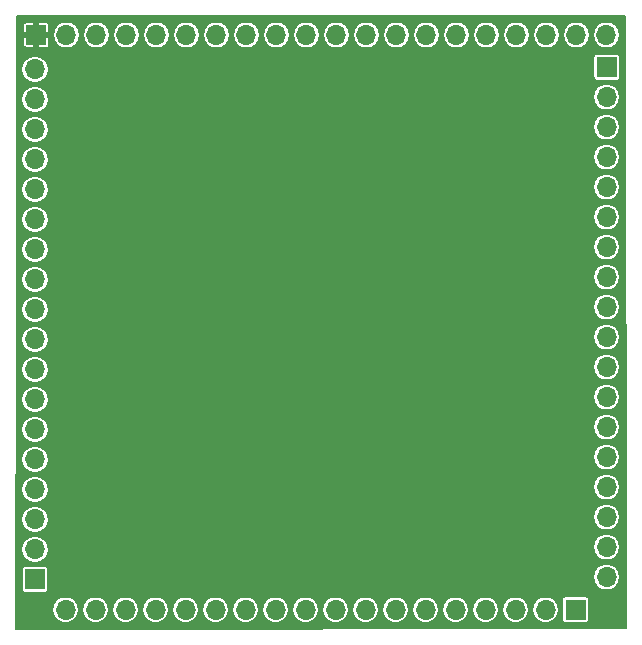
<source format=gbl>
G04 #@! TF.GenerationSoftware,KiCad,Pcbnew,5.0.2-bee76a0~70~ubuntu14.04.1*
G04 #@! TF.CreationDate,2018-12-14T18:36:52-07:00*
G04 #@! TF.ProjectId,breakout,62726561-6b6f-4757-942e-6b696361645f,rev?*
G04 #@! TF.SameCoordinates,Original*
G04 #@! TF.FileFunction,Copper,L2,Bot*
G04 #@! TF.FilePolarity,Positive*
%FSLAX46Y46*%
G04 Gerber Fmt 4.6, Leading zero omitted, Abs format (unit mm)*
G04 Created by KiCad (PCBNEW 5.0.2-bee76a0~70~ubuntu14.04.1) date Fri 14 Dec 2018 06:36:52 PM MST*
%MOMM*%
%LPD*%
G01*
G04 APERTURE LIST*
G04 #@! TA.AperFunction,ComponentPad*
%ADD10R,1.700000X1.700000*%
G04 #@! TD*
G04 #@! TA.AperFunction,ComponentPad*
%ADD11O,1.700000X1.700000*%
G04 #@! TD*
G04 #@! TA.AperFunction,ViaPad*
%ADD12C,0.800000*%
G04 #@! TD*
G04 #@! TA.AperFunction,Conductor*
%ADD13C,0.160000*%
G04 #@! TD*
G04 APERTURE END LIST*
D10*
G04 #@! TO.P,J5,1*
G04 #@! TO.N,d11*
X105056940Y-112392460D03*
D11*
G04 #@! TO.P,J5,2*
G04 #@! TO.N,d10*
X105056940Y-109852460D03*
G04 #@! TO.P,J5,3*
G04 #@! TO.N,100.17*
X105056940Y-107312460D03*
G04 #@! TO.P,J5,4*
G04 #@! TO.N,200.17*
X105056940Y-104772460D03*
G04 #@! TO.P,J5,5*
G04 #@! TO.N,d9*
X105056940Y-102232460D03*
G04 #@! TO.P,J5,6*
G04 #@! TO.N,300.1*
X105056940Y-99692460D03*
G04 #@! TO.P,J5,7*
G04 #@! TO.N,300.17*
X105056940Y-97152460D03*
G04 #@! TO.P,J5,8*
G04 #@! TO.N,d8*
X105056940Y-94612460D03*
G04 #@! TO.P,J5,9*
G04 #@! TO.N,d7*
X105056940Y-92072460D03*
G04 #@! TO.P,J5,10*
G04 #@! TO.N,d6*
X105056940Y-89532460D03*
G04 #@! TO.P,J5,11*
G04 #@! TO.N,d5*
X105056940Y-86992460D03*
G04 #@! TO.P,J5,12*
G04 #@! TO.N,d4*
X105056940Y-84452460D03*
G04 #@! TO.P,J5,13*
G04 #@! TO.N,d3*
X105056940Y-81912460D03*
G04 #@! TO.P,J5,14*
G04 #@! TO.N,500.17*
X105056940Y-79372460D03*
G04 #@! TO.P,J5,15*
G04 #@! TO.N,600.17*
X105056940Y-76832460D03*
G04 #@! TO.P,J5,16*
G04 #@! TO.N,d2*
X105056940Y-74292460D03*
G04 #@! TO.P,J5,17*
G04 #@! TO.N,d1*
X105056940Y-71752460D03*
G04 #@! TO.P,J5,18*
G04 #@! TO.N,d0*
X105056940Y-69212460D03*
G04 #@! TD*
G04 #@! TO.P,J7,18*
G04 #@! TO.N,d12*
X107650280Y-114968020D03*
G04 #@! TO.P,J7,17*
G04 #@! TO.N,d13*
X110190280Y-114968020D03*
G04 #@! TO.P,J7,16*
G04 #@! TO.N,d14*
X112730280Y-114968020D03*
G04 #@! TO.P,J7,15*
G04 #@! TO.N,001.1*
X115270280Y-114968020D03*
G04 #@! TO.P,J7,14*
G04 #@! TO.N,001.17*
X117810280Y-114968020D03*
G04 #@! TO.P,J7,13*
G04 #@! TO.N,d15*
X120350280Y-114968020D03*
G04 #@! TO.P,J7,12*
G04 #@! TO.N,d16*
X122890280Y-114968020D03*
G04 #@! TO.P,J7,11*
G04 #@! TO.N,d17*
X125430280Y-114968020D03*
G04 #@! TO.P,J7,10*
G04 #@! TO.N,008.17*
X127970280Y-114968020D03*
G04 #@! TO.P,J7,9*
G04 #@! TO.N,008.5*
X130510280Y-114968020D03*
G04 #@! TO.P,J7,8*
G04 #@! TO.N,008.3*
X133050280Y-114968020D03*
G04 #@! TO.P,J7,7*
G04 #@! TO.N,008.1*
X135590280Y-114968020D03*
G04 #@! TO.P,J7,6*
G04 #@! TO.N,a17*
X138130280Y-114968020D03*
G04 #@! TO.P,J7,5*
G04 #@! TO.N,a16*
X140670280Y-114968020D03*
G04 #@! TO.P,J7,4*
G04 #@! TO.N,a15*
X143210280Y-114968020D03*
G04 #@! TO.P,J7,3*
G04 #@! TO.N,a14*
X145750280Y-114968020D03*
G04 #@! TO.P,J7,2*
G04 #@! TO.N,a13*
X148290280Y-114968020D03*
D10*
G04 #@! TO.P,J7,1*
G04 #@! TO.N,a12*
X150830280Y-114968020D03*
G04 #@! TD*
D11*
G04 #@! TO.P,J8,18*
G04 #@! TO.N,a11*
X153459180Y-112194340D03*
G04 #@! TO.P,J8,17*
G04 #@! TO.N,a10*
X153459180Y-109654340D03*
G04 #@! TO.P,J8,16*
G04 #@! TO.N,117.ai*
X153459180Y-107114340D03*
G04 #@! TO.P,J8,15*
G04 #@! TO.N,117.ao*
X153459180Y-104574340D03*
G04 #@! TO.P,J8,14*
G04 #@! TO.N,217.17*
X153459180Y-102034340D03*
G04 #@! TO.P,J8,13*
G04 #@! TO.N,317.17*
X153459180Y-99494340D03*
G04 #@! TO.P,J8,12*
G04 #@! TO.N,a9*
X153459180Y-96954340D03*
G04 #@! TO.P,J8,11*
G04 #@! TO.N,a8*
X153459180Y-94414340D03*
G04 #@! TO.P,J8,10*
G04 #@! TO.N,a7*
X153459180Y-91874340D03*
G04 #@! TO.P,J8,9*
G04 #@! TO.N,a6*
X153459180Y-89334340D03*
G04 #@! TO.P,J8,8*
G04 #@! TO.N,a5*
X153459180Y-86794340D03*
G04 #@! TO.P,J8,7*
G04 #@! TO.N,a4*
X153459180Y-84254340D03*
G04 #@! TO.P,J8,6*
G04 #@! TO.N,417.17*
X153459180Y-81714340D03*
G04 #@! TO.P,J8,5*
G04 #@! TO.N,517.17*
X153459180Y-79174340D03*
G04 #@! TO.P,J8,4*
G04 #@! TO.N,617.a1*
X153459180Y-76634340D03*
G04 #@! TO.P,J8,3*
G04 #@! TO.N,617.ao*
X153459180Y-74094340D03*
G04 #@! TO.P,J8,2*
G04 #@! TO.N,a3*
X153459180Y-71554340D03*
D10*
G04 #@! TO.P,J8,1*
G04 #@! TO.N,a2*
X153459180Y-69014340D03*
G04 #@! TD*
G04 #@! TO.P,J1,1*
G04 #@! TO.N,GND*
X105156000Y-66294000D03*
D11*
G04 #@! TO.P,J1,2*
G04 #@! TO.N,1.8v*
X107696000Y-66294000D03*
G04 #@! TO.P,J1,3*
G04 #@! TO.N,RESET*
X110236000Y-66294000D03*
G04 #@! TO.P,J1,4*
G04 #@! TO.N,701.1*
X112776000Y-66294000D03*
G04 #@! TO.P,J1,5*
G04 #@! TO.N,701.17*
X115316000Y-66294000D03*
G04 #@! TO.P,J1,6*
G04 #@! TO.N,705.17*
X117856000Y-66294000D03*
G04 #@! TO.P,J1,7*
G04 #@! TO.N,705.5*
X120396000Y-66294000D03*
G04 #@! TO.P,J1,8*
G04 #@! TO.N,705.3*
X122936000Y-66294000D03*
G04 #@! TO.P,J1,9*
G04 #@! TO.N,705.1*
X125476000Y-66294000D03*
G04 #@! TO.P,J1,10*
G04 #@! TO.N,708.1*
X128016000Y-66294000D03*
G04 #@! TO.P,J1,11*
G04 #@! TO.N,708.17*
X130556000Y-66294000D03*
G04 #@! TO.P,J1,12*
G04 #@! TO.N,709.ao*
X133096000Y-66294000D03*
G04 #@! TO.P,J1,13*
G04 #@! TO.N,709.ai*
X135636000Y-66294000D03*
G04 #@! TO.P,J1,14*
G04 #@! TO.N,713ai*
X138176000Y-66294000D03*
G04 #@! TO.P,J1,15*
G04 #@! TO.N,713.ao*
X140716000Y-66294000D03*
G04 #@! TO.P,J1,16*
G04 #@! TO.N,715.17*
X143256000Y-66294000D03*
G04 #@! TO.P,J1,17*
G04 #@! TO.N,717.ao*
X145796000Y-66294000D03*
G04 #@! TO.P,J1,18*
G04 #@! TO.N,717.ai*
X148336000Y-66294000D03*
G04 #@! TO.P,J1,19*
G04 #@! TO.N,a0*
X150876000Y-66294000D03*
G04 #@! TO.P,J1,20*
G04 #@! TO.N,a1*
X153416000Y-66294000D03*
G04 #@! TD*
D12*
G04 #@! TO.N,GND*
X120129300Y-86715600D03*
X130860800Y-88577420D03*
X127439420Y-88452960D03*
X125765560Y-91922600D03*
X125798580Y-88392000D03*
X132796280Y-91922600D03*
X132765800Y-88455500D03*
X132765800Y-90030300D03*
X129265680Y-89809320D03*
X125735080Y-90030300D03*
X132859780Y-93718380D03*
X132826760Y-86657180D03*
X125735080Y-86626700D03*
X125735080Y-93718380D03*
X130990340Y-80622140D03*
X120086120Y-92847160D03*
X126992380Y-99108260D03*
X138488420Y-93329760D03*
G04 #@! TD*
D13*
G04 #@! TO.N,GND*
G36*
X154981408Y-64714083D02*
X155114424Y-116545428D01*
X103469968Y-116562993D01*
X103472437Y-114968020D01*
X106498142Y-114968020D01*
X106585843Y-115408924D01*
X106835595Y-115782705D01*
X107209376Y-116032457D01*
X107538984Y-116098020D01*
X107761576Y-116098020D01*
X108091184Y-116032457D01*
X108464965Y-115782705D01*
X108714717Y-115408924D01*
X108802418Y-114968020D01*
X109038142Y-114968020D01*
X109125843Y-115408924D01*
X109375595Y-115782705D01*
X109749376Y-116032457D01*
X110078984Y-116098020D01*
X110301576Y-116098020D01*
X110631184Y-116032457D01*
X111004965Y-115782705D01*
X111254717Y-115408924D01*
X111342418Y-114968020D01*
X111578142Y-114968020D01*
X111665843Y-115408924D01*
X111915595Y-115782705D01*
X112289376Y-116032457D01*
X112618984Y-116098020D01*
X112841576Y-116098020D01*
X113171184Y-116032457D01*
X113544965Y-115782705D01*
X113794717Y-115408924D01*
X113882418Y-114968020D01*
X114118142Y-114968020D01*
X114205843Y-115408924D01*
X114455595Y-115782705D01*
X114829376Y-116032457D01*
X115158984Y-116098020D01*
X115381576Y-116098020D01*
X115711184Y-116032457D01*
X116084965Y-115782705D01*
X116334717Y-115408924D01*
X116422418Y-114968020D01*
X116658142Y-114968020D01*
X116745843Y-115408924D01*
X116995595Y-115782705D01*
X117369376Y-116032457D01*
X117698984Y-116098020D01*
X117921576Y-116098020D01*
X118251184Y-116032457D01*
X118624965Y-115782705D01*
X118874717Y-115408924D01*
X118962418Y-114968020D01*
X119198142Y-114968020D01*
X119285843Y-115408924D01*
X119535595Y-115782705D01*
X119909376Y-116032457D01*
X120238984Y-116098020D01*
X120461576Y-116098020D01*
X120791184Y-116032457D01*
X121164965Y-115782705D01*
X121414717Y-115408924D01*
X121502418Y-114968020D01*
X121738142Y-114968020D01*
X121825843Y-115408924D01*
X122075595Y-115782705D01*
X122449376Y-116032457D01*
X122778984Y-116098020D01*
X123001576Y-116098020D01*
X123331184Y-116032457D01*
X123704965Y-115782705D01*
X123954717Y-115408924D01*
X124042418Y-114968020D01*
X124278142Y-114968020D01*
X124365843Y-115408924D01*
X124615595Y-115782705D01*
X124989376Y-116032457D01*
X125318984Y-116098020D01*
X125541576Y-116098020D01*
X125871184Y-116032457D01*
X126244965Y-115782705D01*
X126494717Y-115408924D01*
X126582418Y-114968020D01*
X126818142Y-114968020D01*
X126905843Y-115408924D01*
X127155595Y-115782705D01*
X127529376Y-116032457D01*
X127858984Y-116098020D01*
X128081576Y-116098020D01*
X128411184Y-116032457D01*
X128784965Y-115782705D01*
X129034717Y-115408924D01*
X129122418Y-114968020D01*
X129358142Y-114968020D01*
X129445843Y-115408924D01*
X129695595Y-115782705D01*
X130069376Y-116032457D01*
X130398984Y-116098020D01*
X130621576Y-116098020D01*
X130951184Y-116032457D01*
X131324965Y-115782705D01*
X131574717Y-115408924D01*
X131662418Y-114968020D01*
X131898142Y-114968020D01*
X131985843Y-115408924D01*
X132235595Y-115782705D01*
X132609376Y-116032457D01*
X132938984Y-116098020D01*
X133161576Y-116098020D01*
X133491184Y-116032457D01*
X133864965Y-115782705D01*
X134114717Y-115408924D01*
X134202418Y-114968020D01*
X134438142Y-114968020D01*
X134525843Y-115408924D01*
X134775595Y-115782705D01*
X135149376Y-116032457D01*
X135478984Y-116098020D01*
X135701576Y-116098020D01*
X136031184Y-116032457D01*
X136404965Y-115782705D01*
X136654717Y-115408924D01*
X136742418Y-114968020D01*
X136978142Y-114968020D01*
X137065843Y-115408924D01*
X137315595Y-115782705D01*
X137689376Y-116032457D01*
X138018984Y-116098020D01*
X138241576Y-116098020D01*
X138571184Y-116032457D01*
X138944965Y-115782705D01*
X139194717Y-115408924D01*
X139282418Y-114968020D01*
X139518142Y-114968020D01*
X139605843Y-115408924D01*
X139855595Y-115782705D01*
X140229376Y-116032457D01*
X140558984Y-116098020D01*
X140781576Y-116098020D01*
X141111184Y-116032457D01*
X141484965Y-115782705D01*
X141734717Y-115408924D01*
X141822418Y-114968020D01*
X142058142Y-114968020D01*
X142145843Y-115408924D01*
X142395595Y-115782705D01*
X142769376Y-116032457D01*
X143098984Y-116098020D01*
X143321576Y-116098020D01*
X143651184Y-116032457D01*
X144024965Y-115782705D01*
X144274717Y-115408924D01*
X144362418Y-114968020D01*
X144598142Y-114968020D01*
X144685843Y-115408924D01*
X144935595Y-115782705D01*
X145309376Y-116032457D01*
X145638984Y-116098020D01*
X145861576Y-116098020D01*
X146191184Y-116032457D01*
X146564965Y-115782705D01*
X146814717Y-115408924D01*
X146902418Y-114968020D01*
X147138142Y-114968020D01*
X147225843Y-115408924D01*
X147475595Y-115782705D01*
X147849376Y-116032457D01*
X148178984Y-116098020D01*
X148401576Y-116098020D01*
X148731184Y-116032457D01*
X149104965Y-115782705D01*
X149354717Y-115408924D01*
X149442418Y-114968020D01*
X149354717Y-114527116D01*
X149104965Y-114153335D01*
X149052113Y-114118020D01*
X149694795Y-114118020D01*
X149694795Y-115818020D01*
X149716526Y-115927270D01*
X149778412Y-116019888D01*
X149871030Y-116081774D01*
X149980280Y-116103505D01*
X151680280Y-116103505D01*
X151789530Y-116081774D01*
X151882148Y-116019888D01*
X151944034Y-115927270D01*
X151965765Y-115818020D01*
X151965765Y-114118020D01*
X151944034Y-114008770D01*
X151882148Y-113916152D01*
X151789530Y-113854266D01*
X151680280Y-113832535D01*
X149980280Y-113832535D01*
X149871030Y-113854266D01*
X149778412Y-113916152D01*
X149716526Y-114008770D01*
X149694795Y-114118020D01*
X149052113Y-114118020D01*
X148731184Y-113903583D01*
X148401576Y-113838020D01*
X148178984Y-113838020D01*
X147849376Y-113903583D01*
X147475595Y-114153335D01*
X147225843Y-114527116D01*
X147138142Y-114968020D01*
X146902418Y-114968020D01*
X146814717Y-114527116D01*
X146564965Y-114153335D01*
X146191184Y-113903583D01*
X145861576Y-113838020D01*
X145638984Y-113838020D01*
X145309376Y-113903583D01*
X144935595Y-114153335D01*
X144685843Y-114527116D01*
X144598142Y-114968020D01*
X144362418Y-114968020D01*
X144274717Y-114527116D01*
X144024965Y-114153335D01*
X143651184Y-113903583D01*
X143321576Y-113838020D01*
X143098984Y-113838020D01*
X142769376Y-113903583D01*
X142395595Y-114153335D01*
X142145843Y-114527116D01*
X142058142Y-114968020D01*
X141822418Y-114968020D01*
X141734717Y-114527116D01*
X141484965Y-114153335D01*
X141111184Y-113903583D01*
X140781576Y-113838020D01*
X140558984Y-113838020D01*
X140229376Y-113903583D01*
X139855595Y-114153335D01*
X139605843Y-114527116D01*
X139518142Y-114968020D01*
X139282418Y-114968020D01*
X139194717Y-114527116D01*
X138944965Y-114153335D01*
X138571184Y-113903583D01*
X138241576Y-113838020D01*
X138018984Y-113838020D01*
X137689376Y-113903583D01*
X137315595Y-114153335D01*
X137065843Y-114527116D01*
X136978142Y-114968020D01*
X136742418Y-114968020D01*
X136654717Y-114527116D01*
X136404965Y-114153335D01*
X136031184Y-113903583D01*
X135701576Y-113838020D01*
X135478984Y-113838020D01*
X135149376Y-113903583D01*
X134775595Y-114153335D01*
X134525843Y-114527116D01*
X134438142Y-114968020D01*
X134202418Y-114968020D01*
X134114717Y-114527116D01*
X133864965Y-114153335D01*
X133491184Y-113903583D01*
X133161576Y-113838020D01*
X132938984Y-113838020D01*
X132609376Y-113903583D01*
X132235595Y-114153335D01*
X131985843Y-114527116D01*
X131898142Y-114968020D01*
X131662418Y-114968020D01*
X131574717Y-114527116D01*
X131324965Y-114153335D01*
X130951184Y-113903583D01*
X130621576Y-113838020D01*
X130398984Y-113838020D01*
X130069376Y-113903583D01*
X129695595Y-114153335D01*
X129445843Y-114527116D01*
X129358142Y-114968020D01*
X129122418Y-114968020D01*
X129034717Y-114527116D01*
X128784965Y-114153335D01*
X128411184Y-113903583D01*
X128081576Y-113838020D01*
X127858984Y-113838020D01*
X127529376Y-113903583D01*
X127155595Y-114153335D01*
X126905843Y-114527116D01*
X126818142Y-114968020D01*
X126582418Y-114968020D01*
X126494717Y-114527116D01*
X126244965Y-114153335D01*
X125871184Y-113903583D01*
X125541576Y-113838020D01*
X125318984Y-113838020D01*
X124989376Y-113903583D01*
X124615595Y-114153335D01*
X124365843Y-114527116D01*
X124278142Y-114968020D01*
X124042418Y-114968020D01*
X123954717Y-114527116D01*
X123704965Y-114153335D01*
X123331184Y-113903583D01*
X123001576Y-113838020D01*
X122778984Y-113838020D01*
X122449376Y-113903583D01*
X122075595Y-114153335D01*
X121825843Y-114527116D01*
X121738142Y-114968020D01*
X121502418Y-114968020D01*
X121414717Y-114527116D01*
X121164965Y-114153335D01*
X120791184Y-113903583D01*
X120461576Y-113838020D01*
X120238984Y-113838020D01*
X119909376Y-113903583D01*
X119535595Y-114153335D01*
X119285843Y-114527116D01*
X119198142Y-114968020D01*
X118962418Y-114968020D01*
X118874717Y-114527116D01*
X118624965Y-114153335D01*
X118251184Y-113903583D01*
X117921576Y-113838020D01*
X117698984Y-113838020D01*
X117369376Y-113903583D01*
X116995595Y-114153335D01*
X116745843Y-114527116D01*
X116658142Y-114968020D01*
X116422418Y-114968020D01*
X116334717Y-114527116D01*
X116084965Y-114153335D01*
X115711184Y-113903583D01*
X115381576Y-113838020D01*
X115158984Y-113838020D01*
X114829376Y-113903583D01*
X114455595Y-114153335D01*
X114205843Y-114527116D01*
X114118142Y-114968020D01*
X113882418Y-114968020D01*
X113794717Y-114527116D01*
X113544965Y-114153335D01*
X113171184Y-113903583D01*
X112841576Y-113838020D01*
X112618984Y-113838020D01*
X112289376Y-113903583D01*
X111915595Y-114153335D01*
X111665843Y-114527116D01*
X111578142Y-114968020D01*
X111342418Y-114968020D01*
X111254717Y-114527116D01*
X111004965Y-114153335D01*
X110631184Y-113903583D01*
X110301576Y-113838020D01*
X110078984Y-113838020D01*
X109749376Y-113903583D01*
X109375595Y-114153335D01*
X109125843Y-114527116D01*
X109038142Y-114968020D01*
X108802418Y-114968020D01*
X108714717Y-114527116D01*
X108464965Y-114153335D01*
X108091184Y-113903583D01*
X107761576Y-113838020D01*
X107538984Y-113838020D01*
X107209376Y-113903583D01*
X106835595Y-114153335D01*
X106585843Y-114527116D01*
X106498142Y-114968020D01*
X103472437Y-114968020D01*
X103477740Y-111542460D01*
X103921455Y-111542460D01*
X103921455Y-113242460D01*
X103943186Y-113351710D01*
X104005072Y-113444328D01*
X104097690Y-113506214D01*
X104206940Y-113527945D01*
X105906940Y-113527945D01*
X106016190Y-113506214D01*
X106108808Y-113444328D01*
X106170694Y-113351710D01*
X106192425Y-113242460D01*
X106192425Y-112194340D01*
X152307042Y-112194340D01*
X152394743Y-112635244D01*
X152644495Y-113009025D01*
X153018276Y-113258777D01*
X153347884Y-113324340D01*
X153570476Y-113324340D01*
X153900084Y-113258777D01*
X154273865Y-113009025D01*
X154523617Y-112635244D01*
X154611318Y-112194340D01*
X154523617Y-111753436D01*
X154273865Y-111379655D01*
X153900084Y-111129903D01*
X153570476Y-111064340D01*
X153347884Y-111064340D01*
X153018276Y-111129903D01*
X152644495Y-111379655D01*
X152394743Y-111753436D01*
X152307042Y-112194340D01*
X106192425Y-112194340D01*
X106192425Y-111542460D01*
X106170694Y-111433210D01*
X106108808Y-111340592D01*
X106016190Y-111278706D01*
X105906940Y-111256975D01*
X104206940Y-111256975D01*
X104097690Y-111278706D01*
X104005072Y-111340592D01*
X103943186Y-111433210D01*
X103921455Y-111542460D01*
X103477740Y-111542460D01*
X103480357Y-109852460D01*
X103904802Y-109852460D01*
X103992503Y-110293364D01*
X104242255Y-110667145D01*
X104616036Y-110916897D01*
X104945644Y-110982460D01*
X105168236Y-110982460D01*
X105497844Y-110916897D01*
X105871625Y-110667145D01*
X106121377Y-110293364D01*
X106209078Y-109852460D01*
X106169670Y-109654340D01*
X152307042Y-109654340D01*
X152394743Y-110095244D01*
X152644495Y-110469025D01*
X153018276Y-110718777D01*
X153347884Y-110784340D01*
X153570476Y-110784340D01*
X153900084Y-110718777D01*
X154273865Y-110469025D01*
X154523617Y-110095244D01*
X154611318Y-109654340D01*
X154523617Y-109213436D01*
X154273865Y-108839655D01*
X153900084Y-108589903D01*
X153570476Y-108524340D01*
X153347884Y-108524340D01*
X153018276Y-108589903D01*
X152644495Y-108839655D01*
X152394743Y-109213436D01*
X152307042Y-109654340D01*
X106169670Y-109654340D01*
X106121377Y-109411556D01*
X105871625Y-109037775D01*
X105497844Y-108788023D01*
X105168236Y-108722460D01*
X104945644Y-108722460D01*
X104616036Y-108788023D01*
X104242255Y-109037775D01*
X103992503Y-109411556D01*
X103904802Y-109852460D01*
X103480357Y-109852460D01*
X103484289Y-107312460D01*
X103904802Y-107312460D01*
X103992503Y-107753364D01*
X104242255Y-108127145D01*
X104616036Y-108376897D01*
X104945644Y-108442460D01*
X105168236Y-108442460D01*
X105497844Y-108376897D01*
X105871625Y-108127145D01*
X106121377Y-107753364D01*
X106209078Y-107312460D01*
X106169670Y-107114340D01*
X152307042Y-107114340D01*
X152394743Y-107555244D01*
X152644495Y-107929025D01*
X153018276Y-108178777D01*
X153347884Y-108244340D01*
X153570476Y-108244340D01*
X153900084Y-108178777D01*
X154273865Y-107929025D01*
X154523617Y-107555244D01*
X154611318Y-107114340D01*
X154523617Y-106673436D01*
X154273865Y-106299655D01*
X153900084Y-106049903D01*
X153570476Y-105984340D01*
X153347884Y-105984340D01*
X153018276Y-106049903D01*
X152644495Y-106299655D01*
X152394743Y-106673436D01*
X152307042Y-107114340D01*
X106169670Y-107114340D01*
X106121377Y-106871556D01*
X105871625Y-106497775D01*
X105497844Y-106248023D01*
X105168236Y-106182460D01*
X104945644Y-106182460D01*
X104616036Y-106248023D01*
X104242255Y-106497775D01*
X103992503Y-106871556D01*
X103904802Y-107312460D01*
X103484289Y-107312460D01*
X103488221Y-104772460D01*
X103904802Y-104772460D01*
X103992503Y-105213364D01*
X104242255Y-105587145D01*
X104616036Y-105836897D01*
X104945644Y-105902460D01*
X105168236Y-105902460D01*
X105497844Y-105836897D01*
X105871625Y-105587145D01*
X106121377Y-105213364D01*
X106209078Y-104772460D01*
X106169670Y-104574340D01*
X152307042Y-104574340D01*
X152394743Y-105015244D01*
X152644495Y-105389025D01*
X153018276Y-105638777D01*
X153347884Y-105704340D01*
X153570476Y-105704340D01*
X153900084Y-105638777D01*
X154273865Y-105389025D01*
X154523617Y-105015244D01*
X154611318Y-104574340D01*
X154523617Y-104133436D01*
X154273865Y-103759655D01*
X153900084Y-103509903D01*
X153570476Y-103444340D01*
X153347884Y-103444340D01*
X153018276Y-103509903D01*
X152644495Y-103759655D01*
X152394743Y-104133436D01*
X152307042Y-104574340D01*
X106169670Y-104574340D01*
X106121377Y-104331556D01*
X105871625Y-103957775D01*
X105497844Y-103708023D01*
X105168236Y-103642460D01*
X104945644Y-103642460D01*
X104616036Y-103708023D01*
X104242255Y-103957775D01*
X103992503Y-104331556D01*
X103904802Y-104772460D01*
X103488221Y-104772460D01*
X103492153Y-102232460D01*
X103904802Y-102232460D01*
X103992503Y-102673364D01*
X104242255Y-103047145D01*
X104616036Y-103296897D01*
X104945644Y-103362460D01*
X105168236Y-103362460D01*
X105497844Y-103296897D01*
X105871625Y-103047145D01*
X106121377Y-102673364D01*
X106209078Y-102232460D01*
X106169670Y-102034340D01*
X152307042Y-102034340D01*
X152394743Y-102475244D01*
X152644495Y-102849025D01*
X153018276Y-103098777D01*
X153347884Y-103164340D01*
X153570476Y-103164340D01*
X153900084Y-103098777D01*
X154273865Y-102849025D01*
X154523617Y-102475244D01*
X154611318Y-102034340D01*
X154523617Y-101593436D01*
X154273865Y-101219655D01*
X153900084Y-100969903D01*
X153570476Y-100904340D01*
X153347884Y-100904340D01*
X153018276Y-100969903D01*
X152644495Y-101219655D01*
X152394743Y-101593436D01*
X152307042Y-102034340D01*
X106169670Y-102034340D01*
X106121377Y-101791556D01*
X105871625Y-101417775D01*
X105497844Y-101168023D01*
X105168236Y-101102460D01*
X104945644Y-101102460D01*
X104616036Y-101168023D01*
X104242255Y-101417775D01*
X103992503Y-101791556D01*
X103904802Y-102232460D01*
X103492153Y-102232460D01*
X103496085Y-99692460D01*
X103904802Y-99692460D01*
X103992503Y-100133364D01*
X104242255Y-100507145D01*
X104616036Y-100756897D01*
X104945644Y-100822460D01*
X105168236Y-100822460D01*
X105497844Y-100756897D01*
X105871625Y-100507145D01*
X106121377Y-100133364D01*
X106209078Y-99692460D01*
X106169670Y-99494340D01*
X152307042Y-99494340D01*
X152394743Y-99935244D01*
X152644495Y-100309025D01*
X153018276Y-100558777D01*
X153347884Y-100624340D01*
X153570476Y-100624340D01*
X153900084Y-100558777D01*
X154273865Y-100309025D01*
X154523617Y-99935244D01*
X154611318Y-99494340D01*
X154523617Y-99053436D01*
X154273865Y-98679655D01*
X153900084Y-98429903D01*
X153570476Y-98364340D01*
X153347884Y-98364340D01*
X153018276Y-98429903D01*
X152644495Y-98679655D01*
X152394743Y-99053436D01*
X152307042Y-99494340D01*
X106169670Y-99494340D01*
X106121377Y-99251556D01*
X105871625Y-98877775D01*
X105497844Y-98628023D01*
X105168236Y-98562460D01*
X104945644Y-98562460D01*
X104616036Y-98628023D01*
X104242255Y-98877775D01*
X103992503Y-99251556D01*
X103904802Y-99692460D01*
X103496085Y-99692460D01*
X103500017Y-97152460D01*
X103904802Y-97152460D01*
X103992503Y-97593364D01*
X104242255Y-97967145D01*
X104616036Y-98216897D01*
X104945644Y-98282460D01*
X105168236Y-98282460D01*
X105497844Y-98216897D01*
X105871625Y-97967145D01*
X106121377Y-97593364D01*
X106209078Y-97152460D01*
X106169670Y-96954340D01*
X152307042Y-96954340D01*
X152394743Y-97395244D01*
X152644495Y-97769025D01*
X153018276Y-98018777D01*
X153347884Y-98084340D01*
X153570476Y-98084340D01*
X153900084Y-98018777D01*
X154273865Y-97769025D01*
X154523617Y-97395244D01*
X154611318Y-96954340D01*
X154523617Y-96513436D01*
X154273865Y-96139655D01*
X153900084Y-95889903D01*
X153570476Y-95824340D01*
X153347884Y-95824340D01*
X153018276Y-95889903D01*
X152644495Y-96139655D01*
X152394743Y-96513436D01*
X152307042Y-96954340D01*
X106169670Y-96954340D01*
X106121377Y-96711556D01*
X105871625Y-96337775D01*
X105497844Y-96088023D01*
X105168236Y-96022460D01*
X104945644Y-96022460D01*
X104616036Y-96088023D01*
X104242255Y-96337775D01*
X103992503Y-96711556D01*
X103904802Y-97152460D01*
X103500017Y-97152460D01*
X103503949Y-94612460D01*
X103904802Y-94612460D01*
X103992503Y-95053364D01*
X104242255Y-95427145D01*
X104616036Y-95676897D01*
X104945644Y-95742460D01*
X105168236Y-95742460D01*
X105497844Y-95676897D01*
X105871625Y-95427145D01*
X106121377Y-95053364D01*
X106209078Y-94612460D01*
X106169670Y-94414340D01*
X152307042Y-94414340D01*
X152394743Y-94855244D01*
X152644495Y-95229025D01*
X153018276Y-95478777D01*
X153347884Y-95544340D01*
X153570476Y-95544340D01*
X153900084Y-95478777D01*
X154273865Y-95229025D01*
X154523617Y-94855244D01*
X154611318Y-94414340D01*
X154523617Y-93973436D01*
X154273865Y-93599655D01*
X153900084Y-93349903D01*
X153570476Y-93284340D01*
X153347884Y-93284340D01*
X153018276Y-93349903D01*
X152644495Y-93599655D01*
X152394743Y-93973436D01*
X152307042Y-94414340D01*
X106169670Y-94414340D01*
X106121377Y-94171556D01*
X105871625Y-93797775D01*
X105497844Y-93548023D01*
X105168236Y-93482460D01*
X104945644Y-93482460D01*
X104616036Y-93548023D01*
X104242255Y-93797775D01*
X103992503Y-94171556D01*
X103904802Y-94612460D01*
X103503949Y-94612460D01*
X103507882Y-92072460D01*
X103904802Y-92072460D01*
X103992503Y-92513364D01*
X104242255Y-92887145D01*
X104616036Y-93136897D01*
X104945644Y-93202460D01*
X105168236Y-93202460D01*
X105497844Y-93136897D01*
X105871625Y-92887145D01*
X106121377Y-92513364D01*
X106209078Y-92072460D01*
X106169670Y-91874340D01*
X152307042Y-91874340D01*
X152394743Y-92315244D01*
X152644495Y-92689025D01*
X153018276Y-92938777D01*
X153347884Y-93004340D01*
X153570476Y-93004340D01*
X153900084Y-92938777D01*
X154273865Y-92689025D01*
X154523617Y-92315244D01*
X154611318Y-91874340D01*
X154523617Y-91433436D01*
X154273865Y-91059655D01*
X153900084Y-90809903D01*
X153570476Y-90744340D01*
X153347884Y-90744340D01*
X153018276Y-90809903D01*
X152644495Y-91059655D01*
X152394743Y-91433436D01*
X152307042Y-91874340D01*
X106169670Y-91874340D01*
X106121377Y-91631556D01*
X105871625Y-91257775D01*
X105497844Y-91008023D01*
X105168236Y-90942460D01*
X104945644Y-90942460D01*
X104616036Y-91008023D01*
X104242255Y-91257775D01*
X103992503Y-91631556D01*
X103904802Y-92072460D01*
X103507882Y-92072460D01*
X103511815Y-89532460D01*
X103904802Y-89532460D01*
X103992503Y-89973364D01*
X104242255Y-90347145D01*
X104616036Y-90596897D01*
X104945644Y-90662460D01*
X105168236Y-90662460D01*
X105497844Y-90596897D01*
X105871625Y-90347145D01*
X106121377Y-89973364D01*
X106209078Y-89532460D01*
X106169670Y-89334340D01*
X152307042Y-89334340D01*
X152394743Y-89775244D01*
X152644495Y-90149025D01*
X153018276Y-90398777D01*
X153347884Y-90464340D01*
X153570476Y-90464340D01*
X153900084Y-90398777D01*
X154273865Y-90149025D01*
X154523617Y-89775244D01*
X154611318Y-89334340D01*
X154523617Y-88893436D01*
X154273865Y-88519655D01*
X153900084Y-88269903D01*
X153570476Y-88204340D01*
X153347884Y-88204340D01*
X153018276Y-88269903D01*
X152644495Y-88519655D01*
X152394743Y-88893436D01*
X152307042Y-89334340D01*
X106169670Y-89334340D01*
X106121377Y-89091556D01*
X105871625Y-88717775D01*
X105497844Y-88468023D01*
X105168236Y-88402460D01*
X104945644Y-88402460D01*
X104616036Y-88468023D01*
X104242255Y-88717775D01*
X103992503Y-89091556D01*
X103904802Y-89532460D01*
X103511815Y-89532460D01*
X103515748Y-86992460D01*
X103904802Y-86992460D01*
X103992503Y-87433364D01*
X104242255Y-87807145D01*
X104616036Y-88056897D01*
X104945644Y-88122460D01*
X105168236Y-88122460D01*
X105497844Y-88056897D01*
X105871625Y-87807145D01*
X106121377Y-87433364D01*
X106209078Y-86992460D01*
X106169670Y-86794340D01*
X152307042Y-86794340D01*
X152394743Y-87235244D01*
X152644495Y-87609025D01*
X153018276Y-87858777D01*
X153347884Y-87924340D01*
X153570476Y-87924340D01*
X153900084Y-87858777D01*
X154273865Y-87609025D01*
X154523617Y-87235244D01*
X154611318Y-86794340D01*
X154523617Y-86353436D01*
X154273865Y-85979655D01*
X153900084Y-85729903D01*
X153570476Y-85664340D01*
X153347884Y-85664340D01*
X153018276Y-85729903D01*
X152644495Y-85979655D01*
X152394743Y-86353436D01*
X152307042Y-86794340D01*
X106169670Y-86794340D01*
X106121377Y-86551556D01*
X105871625Y-86177775D01*
X105497844Y-85928023D01*
X105168236Y-85862460D01*
X104945644Y-85862460D01*
X104616036Y-85928023D01*
X104242255Y-86177775D01*
X103992503Y-86551556D01*
X103904802Y-86992460D01*
X103515748Y-86992460D01*
X103519681Y-84452460D01*
X103904802Y-84452460D01*
X103992503Y-84893364D01*
X104242255Y-85267145D01*
X104616036Y-85516897D01*
X104945644Y-85582460D01*
X105168236Y-85582460D01*
X105497844Y-85516897D01*
X105871625Y-85267145D01*
X106121377Y-84893364D01*
X106209078Y-84452460D01*
X106169670Y-84254340D01*
X152307042Y-84254340D01*
X152394743Y-84695244D01*
X152644495Y-85069025D01*
X153018276Y-85318777D01*
X153347884Y-85384340D01*
X153570476Y-85384340D01*
X153900084Y-85318777D01*
X154273865Y-85069025D01*
X154523617Y-84695244D01*
X154611318Y-84254340D01*
X154523617Y-83813436D01*
X154273865Y-83439655D01*
X153900084Y-83189903D01*
X153570476Y-83124340D01*
X153347884Y-83124340D01*
X153018276Y-83189903D01*
X152644495Y-83439655D01*
X152394743Y-83813436D01*
X152307042Y-84254340D01*
X106169670Y-84254340D01*
X106121377Y-84011556D01*
X105871625Y-83637775D01*
X105497844Y-83388023D01*
X105168236Y-83322460D01*
X104945644Y-83322460D01*
X104616036Y-83388023D01*
X104242255Y-83637775D01*
X103992503Y-84011556D01*
X103904802Y-84452460D01*
X103519681Y-84452460D01*
X103523614Y-81912460D01*
X103904802Y-81912460D01*
X103992503Y-82353364D01*
X104242255Y-82727145D01*
X104616036Y-82976897D01*
X104945644Y-83042460D01*
X105168236Y-83042460D01*
X105497844Y-82976897D01*
X105871625Y-82727145D01*
X106121377Y-82353364D01*
X106209078Y-81912460D01*
X106169670Y-81714340D01*
X152307042Y-81714340D01*
X152394743Y-82155244D01*
X152644495Y-82529025D01*
X153018276Y-82778777D01*
X153347884Y-82844340D01*
X153570476Y-82844340D01*
X153900084Y-82778777D01*
X154273865Y-82529025D01*
X154523617Y-82155244D01*
X154611318Y-81714340D01*
X154523617Y-81273436D01*
X154273865Y-80899655D01*
X153900084Y-80649903D01*
X153570476Y-80584340D01*
X153347884Y-80584340D01*
X153018276Y-80649903D01*
X152644495Y-80899655D01*
X152394743Y-81273436D01*
X152307042Y-81714340D01*
X106169670Y-81714340D01*
X106121377Y-81471556D01*
X105871625Y-81097775D01*
X105497844Y-80848023D01*
X105168236Y-80782460D01*
X104945644Y-80782460D01*
X104616036Y-80848023D01*
X104242255Y-81097775D01*
X103992503Y-81471556D01*
X103904802Y-81912460D01*
X103523614Y-81912460D01*
X103527547Y-79372460D01*
X103904802Y-79372460D01*
X103992503Y-79813364D01*
X104242255Y-80187145D01*
X104616036Y-80436897D01*
X104945644Y-80502460D01*
X105168236Y-80502460D01*
X105497844Y-80436897D01*
X105871625Y-80187145D01*
X106121377Y-79813364D01*
X106209078Y-79372460D01*
X106169670Y-79174340D01*
X152307042Y-79174340D01*
X152394743Y-79615244D01*
X152644495Y-79989025D01*
X153018276Y-80238777D01*
X153347884Y-80304340D01*
X153570476Y-80304340D01*
X153900084Y-80238777D01*
X154273865Y-79989025D01*
X154523617Y-79615244D01*
X154611318Y-79174340D01*
X154523617Y-78733436D01*
X154273865Y-78359655D01*
X153900084Y-78109903D01*
X153570476Y-78044340D01*
X153347884Y-78044340D01*
X153018276Y-78109903D01*
X152644495Y-78359655D01*
X152394743Y-78733436D01*
X152307042Y-79174340D01*
X106169670Y-79174340D01*
X106121377Y-78931556D01*
X105871625Y-78557775D01*
X105497844Y-78308023D01*
X105168236Y-78242460D01*
X104945644Y-78242460D01*
X104616036Y-78308023D01*
X104242255Y-78557775D01*
X103992503Y-78931556D01*
X103904802Y-79372460D01*
X103527547Y-79372460D01*
X103531480Y-76832460D01*
X103904802Y-76832460D01*
X103992503Y-77273364D01*
X104242255Y-77647145D01*
X104616036Y-77896897D01*
X104945644Y-77962460D01*
X105168236Y-77962460D01*
X105497844Y-77896897D01*
X105871625Y-77647145D01*
X106121377Y-77273364D01*
X106209078Y-76832460D01*
X106169670Y-76634340D01*
X152307042Y-76634340D01*
X152394743Y-77075244D01*
X152644495Y-77449025D01*
X153018276Y-77698777D01*
X153347884Y-77764340D01*
X153570476Y-77764340D01*
X153900084Y-77698777D01*
X154273865Y-77449025D01*
X154523617Y-77075244D01*
X154611318Y-76634340D01*
X154523617Y-76193436D01*
X154273865Y-75819655D01*
X153900084Y-75569903D01*
X153570476Y-75504340D01*
X153347884Y-75504340D01*
X153018276Y-75569903D01*
X152644495Y-75819655D01*
X152394743Y-76193436D01*
X152307042Y-76634340D01*
X106169670Y-76634340D01*
X106121377Y-76391556D01*
X105871625Y-76017775D01*
X105497844Y-75768023D01*
X105168236Y-75702460D01*
X104945644Y-75702460D01*
X104616036Y-75768023D01*
X104242255Y-76017775D01*
X103992503Y-76391556D01*
X103904802Y-76832460D01*
X103531480Y-76832460D01*
X103535413Y-74292460D01*
X103904802Y-74292460D01*
X103992503Y-74733364D01*
X104242255Y-75107145D01*
X104616036Y-75356897D01*
X104945644Y-75422460D01*
X105168236Y-75422460D01*
X105497844Y-75356897D01*
X105871625Y-75107145D01*
X106121377Y-74733364D01*
X106209078Y-74292460D01*
X106169670Y-74094340D01*
X152307042Y-74094340D01*
X152394743Y-74535244D01*
X152644495Y-74909025D01*
X153018276Y-75158777D01*
X153347884Y-75224340D01*
X153570476Y-75224340D01*
X153900084Y-75158777D01*
X154273865Y-74909025D01*
X154523617Y-74535244D01*
X154611318Y-74094340D01*
X154523617Y-73653436D01*
X154273865Y-73279655D01*
X153900084Y-73029903D01*
X153570476Y-72964340D01*
X153347884Y-72964340D01*
X153018276Y-73029903D01*
X152644495Y-73279655D01*
X152394743Y-73653436D01*
X152307042Y-74094340D01*
X106169670Y-74094340D01*
X106121377Y-73851556D01*
X105871625Y-73477775D01*
X105497844Y-73228023D01*
X105168236Y-73162460D01*
X104945644Y-73162460D01*
X104616036Y-73228023D01*
X104242255Y-73477775D01*
X103992503Y-73851556D01*
X103904802Y-74292460D01*
X103535413Y-74292460D01*
X103539346Y-71752460D01*
X103904802Y-71752460D01*
X103992503Y-72193364D01*
X104242255Y-72567145D01*
X104616036Y-72816897D01*
X104945644Y-72882460D01*
X105168236Y-72882460D01*
X105497844Y-72816897D01*
X105871625Y-72567145D01*
X106121377Y-72193364D01*
X106209078Y-71752460D01*
X106169670Y-71554340D01*
X152307042Y-71554340D01*
X152394743Y-71995244D01*
X152644495Y-72369025D01*
X153018276Y-72618777D01*
X153347884Y-72684340D01*
X153570476Y-72684340D01*
X153900084Y-72618777D01*
X154273865Y-72369025D01*
X154523617Y-71995244D01*
X154611318Y-71554340D01*
X154523617Y-71113436D01*
X154273865Y-70739655D01*
X153900084Y-70489903D01*
X153570476Y-70424340D01*
X153347884Y-70424340D01*
X153018276Y-70489903D01*
X152644495Y-70739655D01*
X152394743Y-71113436D01*
X152307042Y-71554340D01*
X106169670Y-71554340D01*
X106121377Y-71311556D01*
X105871625Y-70937775D01*
X105497844Y-70688023D01*
X105168236Y-70622460D01*
X104945644Y-70622460D01*
X104616036Y-70688023D01*
X104242255Y-70937775D01*
X103992503Y-71311556D01*
X103904802Y-71752460D01*
X103539346Y-71752460D01*
X103543279Y-69212460D01*
X103904802Y-69212460D01*
X103992503Y-69653364D01*
X104242255Y-70027145D01*
X104616036Y-70276897D01*
X104945644Y-70342460D01*
X105168236Y-70342460D01*
X105497844Y-70276897D01*
X105871625Y-70027145D01*
X106121377Y-69653364D01*
X106209078Y-69212460D01*
X106121377Y-68771556D01*
X105871625Y-68397775D01*
X105522265Y-68164340D01*
X152323695Y-68164340D01*
X152323695Y-69864340D01*
X152345426Y-69973590D01*
X152407312Y-70066208D01*
X152499930Y-70128094D01*
X152609180Y-70149825D01*
X154309180Y-70149825D01*
X154418430Y-70128094D01*
X154511048Y-70066208D01*
X154572934Y-69973590D01*
X154594665Y-69864340D01*
X154594665Y-68164340D01*
X154572934Y-68055090D01*
X154511048Y-67962472D01*
X154418430Y-67900586D01*
X154309180Y-67878855D01*
X152609180Y-67878855D01*
X152499930Y-67900586D01*
X152407312Y-67962472D01*
X152345426Y-68055090D01*
X152323695Y-68164340D01*
X105522265Y-68164340D01*
X105497844Y-68148023D01*
X105168236Y-68082460D01*
X104945644Y-68082460D01*
X104616036Y-68148023D01*
X104242255Y-68397775D01*
X103992503Y-68771556D01*
X103904802Y-69212460D01*
X103543279Y-69212460D01*
X103547435Y-66528000D01*
X104066000Y-66528000D01*
X104066000Y-67191739D01*
X104102538Y-67279949D01*
X104170051Y-67347462D01*
X104258261Y-67384000D01*
X104922000Y-67384000D01*
X104982000Y-67324000D01*
X104982000Y-66468000D01*
X105330000Y-66468000D01*
X105330000Y-67324000D01*
X105390000Y-67384000D01*
X106053739Y-67384000D01*
X106141949Y-67347462D01*
X106209462Y-67279949D01*
X106246000Y-67191739D01*
X106246000Y-66528000D01*
X106186000Y-66468000D01*
X105330000Y-66468000D01*
X104982000Y-66468000D01*
X104126000Y-66468000D01*
X104066000Y-66528000D01*
X103547435Y-66528000D01*
X103547797Y-66294000D01*
X106543862Y-66294000D01*
X106631563Y-66734904D01*
X106881315Y-67108685D01*
X107255096Y-67358437D01*
X107584704Y-67424000D01*
X107807296Y-67424000D01*
X108136904Y-67358437D01*
X108510685Y-67108685D01*
X108760437Y-66734904D01*
X108848138Y-66294000D01*
X109083862Y-66294000D01*
X109171563Y-66734904D01*
X109421315Y-67108685D01*
X109795096Y-67358437D01*
X110124704Y-67424000D01*
X110347296Y-67424000D01*
X110676904Y-67358437D01*
X111050685Y-67108685D01*
X111300437Y-66734904D01*
X111388138Y-66294000D01*
X111623862Y-66294000D01*
X111711563Y-66734904D01*
X111961315Y-67108685D01*
X112335096Y-67358437D01*
X112664704Y-67424000D01*
X112887296Y-67424000D01*
X113216904Y-67358437D01*
X113590685Y-67108685D01*
X113840437Y-66734904D01*
X113928138Y-66294000D01*
X114163862Y-66294000D01*
X114251563Y-66734904D01*
X114501315Y-67108685D01*
X114875096Y-67358437D01*
X115204704Y-67424000D01*
X115427296Y-67424000D01*
X115756904Y-67358437D01*
X116130685Y-67108685D01*
X116380437Y-66734904D01*
X116468138Y-66294000D01*
X116703862Y-66294000D01*
X116791563Y-66734904D01*
X117041315Y-67108685D01*
X117415096Y-67358437D01*
X117744704Y-67424000D01*
X117967296Y-67424000D01*
X118296904Y-67358437D01*
X118670685Y-67108685D01*
X118920437Y-66734904D01*
X119008138Y-66294000D01*
X119243862Y-66294000D01*
X119331563Y-66734904D01*
X119581315Y-67108685D01*
X119955096Y-67358437D01*
X120284704Y-67424000D01*
X120507296Y-67424000D01*
X120836904Y-67358437D01*
X121210685Y-67108685D01*
X121460437Y-66734904D01*
X121548138Y-66294000D01*
X121783862Y-66294000D01*
X121871563Y-66734904D01*
X122121315Y-67108685D01*
X122495096Y-67358437D01*
X122824704Y-67424000D01*
X123047296Y-67424000D01*
X123376904Y-67358437D01*
X123750685Y-67108685D01*
X124000437Y-66734904D01*
X124088138Y-66294000D01*
X124323862Y-66294000D01*
X124411563Y-66734904D01*
X124661315Y-67108685D01*
X125035096Y-67358437D01*
X125364704Y-67424000D01*
X125587296Y-67424000D01*
X125916904Y-67358437D01*
X126290685Y-67108685D01*
X126540437Y-66734904D01*
X126628138Y-66294000D01*
X126863862Y-66294000D01*
X126951563Y-66734904D01*
X127201315Y-67108685D01*
X127575096Y-67358437D01*
X127904704Y-67424000D01*
X128127296Y-67424000D01*
X128456904Y-67358437D01*
X128830685Y-67108685D01*
X129080437Y-66734904D01*
X129168138Y-66294000D01*
X129403862Y-66294000D01*
X129491563Y-66734904D01*
X129741315Y-67108685D01*
X130115096Y-67358437D01*
X130444704Y-67424000D01*
X130667296Y-67424000D01*
X130996904Y-67358437D01*
X131370685Y-67108685D01*
X131620437Y-66734904D01*
X131708138Y-66294000D01*
X131943862Y-66294000D01*
X132031563Y-66734904D01*
X132281315Y-67108685D01*
X132655096Y-67358437D01*
X132984704Y-67424000D01*
X133207296Y-67424000D01*
X133536904Y-67358437D01*
X133910685Y-67108685D01*
X134160437Y-66734904D01*
X134248138Y-66294000D01*
X134483862Y-66294000D01*
X134571563Y-66734904D01*
X134821315Y-67108685D01*
X135195096Y-67358437D01*
X135524704Y-67424000D01*
X135747296Y-67424000D01*
X136076904Y-67358437D01*
X136450685Y-67108685D01*
X136700437Y-66734904D01*
X136788138Y-66294000D01*
X137023862Y-66294000D01*
X137111563Y-66734904D01*
X137361315Y-67108685D01*
X137735096Y-67358437D01*
X138064704Y-67424000D01*
X138287296Y-67424000D01*
X138616904Y-67358437D01*
X138990685Y-67108685D01*
X139240437Y-66734904D01*
X139328138Y-66294000D01*
X139563862Y-66294000D01*
X139651563Y-66734904D01*
X139901315Y-67108685D01*
X140275096Y-67358437D01*
X140604704Y-67424000D01*
X140827296Y-67424000D01*
X141156904Y-67358437D01*
X141530685Y-67108685D01*
X141780437Y-66734904D01*
X141868138Y-66294000D01*
X142103862Y-66294000D01*
X142191563Y-66734904D01*
X142441315Y-67108685D01*
X142815096Y-67358437D01*
X143144704Y-67424000D01*
X143367296Y-67424000D01*
X143696904Y-67358437D01*
X144070685Y-67108685D01*
X144320437Y-66734904D01*
X144408138Y-66294000D01*
X144643862Y-66294000D01*
X144731563Y-66734904D01*
X144981315Y-67108685D01*
X145355096Y-67358437D01*
X145684704Y-67424000D01*
X145907296Y-67424000D01*
X146236904Y-67358437D01*
X146610685Y-67108685D01*
X146860437Y-66734904D01*
X146948138Y-66294000D01*
X147183862Y-66294000D01*
X147271563Y-66734904D01*
X147521315Y-67108685D01*
X147895096Y-67358437D01*
X148224704Y-67424000D01*
X148447296Y-67424000D01*
X148776904Y-67358437D01*
X149150685Y-67108685D01*
X149400437Y-66734904D01*
X149488138Y-66294000D01*
X149723862Y-66294000D01*
X149811563Y-66734904D01*
X150061315Y-67108685D01*
X150435096Y-67358437D01*
X150764704Y-67424000D01*
X150987296Y-67424000D01*
X151316904Y-67358437D01*
X151690685Y-67108685D01*
X151940437Y-66734904D01*
X152028138Y-66294000D01*
X152263862Y-66294000D01*
X152351563Y-66734904D01*
X152601315Y-67108685D01*
X152975096Y-67358437D01*
X153304704Y-67424000D01*
X153527296Y-67424000D01*
X153856904Y-67358437D01*
X154230685Y-67108685D01*
X154480437Y-66734904D01*
X154568138Y-66294000D01*
X154480437Y-65853096D01*
X154230685Y-65479315D01*
X153856904Y-65229563D01*
X153527296Y-65164000D01*
X153304704Y-65164000D01*
X152975096Y-65229563D01*
X152601315Y-65479315D01*
X152351563Y-65853096D01*
X152263862Y-66294000D01*
X152028138Y-66294000D01*
X151940437Y-65853096D01*
X151690685Y-65479315D01*
X151316904Y-65229563D01*
X150987296Y-65164000D01*
X150764704Y-65164000D01*
X150435096Y-65229563D01*
X150061315Y-65479315D01*
X149811563Y-65853096D01*
X149723862Y-66294000D01*
X149488138Y-66294000D01*
X149400437Y-65853096D01*
X149150685Y-65479315D01*
X148776904Y-65229563D01*
X148447296Y-65164000D01*
X148224704Y-65164000D01*
X147895096Y-65229563D01*
X147521315Y-65479315D01*
X147271563Y-65853096D01*
X147183862Y-66294000D01*
X146948138Y-66294000D01*
X146860437Y-65853096D01*
X146610685Y-65479315D01*
X146236904Y-65229563D01*
X145907296Y-65164000D01*
X145684704Y-65164000D01*
X145355096Y-65229563D01*
X144981315Y-65479315D01*
X144731563Y-65853096D01*
X144643862Y-66294000D01*
X144408138Y-66294000D01*
X144320437Y-65853096D01*
X144070685Y-65479315D01*
X143696904Y-65229563D01*
X143367296Y-65164000D01*
X143144704Y-65164000D01*
X142815096Y-65229563D01*
X142441315Y-65479315D01*
X142191563Y-65853096D01*
X142103862Y-66294000D01*
X141868138Y-66294000D01*
X141780437Y-65853096D01*
X141530685Y-65479315D01*
X141156904Y-65229563D01*
X140827296Y-65164000D01*
X140604704Y-65164000D01*
X140275096Y-65229563D01*
X139901315Y-65479315D01*
X139651563Y-65853096D01*
X139563862Y-66294000D01*
X139328138Y-66294000D01*
X139240437Y-65853096D01*
X138990685Y-65479315D01*
X138616904Y-65229563D01*
X138287296Y-65164000D01*
X138064704Y-65164000D01*
X137735096Y-65229563D01*
X137361315Y-65479315D01*
X137111563Y-65853096D01*
X137023862Y-66294000D01*
X136788138Y-66294000D01*
X136700437Y-65853096D01*
X136450685Y-65479315D01*
X136076904Y-65229563D01*
X135747296Y-65164000D01*
X135524704Y-65164000D01*
X135195096Y-65229563D01*
X134821315Y-65479315D01*
X134571563Y-65853096D01*
X134483862Y-66294000D01*
X134248138Y-66294000D01*
X134160437Y-65853096D01*
X133910685Y-65479315D01*
X133536904Y-65229563D01*
X133207296Y-65164000D01*
X132984704Y-65164000D01*
X132655096Y-65229563D01*
X132281315Y-65479315D01*
X132031563Y-65853096D01*
X131943862Y-66294000D01*
X131708138Y-66294000D01*
X131620437Y-65853096D01*
X131370685Y-65479315D01*
X130996904Y-65229563D01*
X130667296Y-65164000D01*
X130444704Y-65164000D01*
X130115096Y-65229563D01*
X129741315Y-65479315D01*
X129491563Y-65853096D01*
X129403862Y-66294000D01*
X129168138Y-66294000D01*
X129080437Y-65853096D01*
X128830685Y-65479315D01*
X128456904Y-65229563D01*
X128127296Y-65164000D01*
X127904704Y-65164000D01*
X127575096Y-65229563D01*
X127201315Y-65479315D01*
X126951563Y-65853096D01*
X126863862Y-66294000D01*
X126628138Y-66294000D01*
X126540437Y-65853096D01*
X126290685Y-65479315D01*
X125916904Y-65229563D01*
X125587296Y-65164000D01*
X125364704Y-65164000D01*
X125035096Y-65229563D01*
X124661315Y-65479315D01*
X124411563Y-65853096D01*
X124323862Y-66294000D01*
X124088138Y-66294000D01*
X124000437Y-65853096D01*
X123750685Y-65479315D01*
X123376904Y-65229563D01*
X123047296Y-65164000D01*
X122824704Y-65164000D01*
X122495096Y-65229563D01*
X122121315Y-65479315D01*
X121871563Y-65853096D01*
X121783862Y-66294000D01*
X121548138Y-66294000D01*
X121460437Y-65853096D01*
X121210685Y-65479315D01*
X120836904Y-65229563D01*
X120507296Y-65164000D01*
X120284704Y-65164000D01*
X119955096Y-65229563D01*
X119581315Y-65479315D01*
X119331563Y-65853096D01*
X119243862Y-66294000D01*
X119008138Y-66294000D01*
X118920437Y-65853096D01*
X118670685Y-65479315D01*
X118296904Y-65229563D01*
X117967296Y-65164000D01*
X117744704Y-65164000D01*
X117415096Y-65229563D01*
X117041315Y-65479315D01*
X116791563Y-65853096D01*
X116703862Y-66294000D01*
X116468138Y-66294000D01*
X116380437Y-65853096D01*
X116130685Y-65479315D01*
X115756904Y-65229563D01*
X115427296Y-65164000D01*
X115204704Y-65164000D01*
X114875096Y-65229563D01*
X114501315Y-65479315D01*
X114251563Y-65853096D01*
X114163862Y-66294000D01*
X113928138Y-66294000D01*
X113840437Y-65853096D01*
X113590685Y-65479315D01*
X113216904Y-65229563D01*
X112887296Y-65164000D01*
X112664704Y-65164000D01*
X112335096Y-65229563D01*
X111961315Y-65479315D01*
X111711563Y-65853096D01*
X111623862Y-66294000D01*
X111388138Y-66294000D01*
X111300437Y-65853096D01*
X111050685Y-65479315D01*
X110676904Y-65229563D01*
X110347296Y-65164000D01*
X110124704Y-65164000D01*
X109795096Y-65229563D01*
X109421315Y-65479315D01*
X109171563Y-65853096D01*
X109083862Y-66294000D01*
X108848138Y-66294000D01*
X108760437Y-65853096D01*
X108510685Y-65479315D01*
X108136904Y-65229563D01*
X107807296Y-65164000D01*
X107584704Y-65164000D01*
X107255096Y-65229563D01*
X106881315Y-65479315D01*
X106631563Y-65853096D01*
X106543862Y-66294000D01*
X103547797Y-66294000D01*
X103549187Y-65396261D01*
X104066000Y-65396261D01*
X104066000Y-66060000D01*
X104126000Y-66120000D01*
X104982000Y-66120000D01*
X104982000Y-65264000D01*
X105330000Y-65264000D01*
X105330000Y-66120000D01*
X106186000Y-66120000D01*
X106246000Y-66060000D01*
X106246000Y-65396261D01*
X106209462Y-65308051D01*
X106141949Y-65240538D01*
X106053739Y-65204000D01*
X105390000Y-65204000D01*
X105330000Y-65264000D01*
X104982000Y-65264000D01*
X104922000Y-65204000D01*
X104258261Y-65204000D01*
X104170051Y-65240538D01*
X104102538Y-65308051D01*
X104066000Y-65396261D01*
X103549187Y-65396261D01*
X103550264Y-64701538D01*
X154981408Y-64714083D01*
X154981408Y-64714083D01*
G37*
X154981408Y-64714083D02*
X155114424Y-116545428D01*
X103469968Y-116562993D01*
X103472437Y-114968020D01*
X106498142Y-114968020D01*
X106585843Y-115408924D01*
X106835595Y-115782705D01*
X107209376Y-116032457D01*
X107538984Y-116098020D01*
X107761576Y-116098020D01*
X108091184Y-116032457D01*
X108464965Y-115782705D01*
X108714717Y-115408924D01*
X108802418Y-114968020D01*
X109038142Y-114968020D01*
X109125843Y-115408924D01*
X109375595Y-115782705D01*
X109749376Y-116032457D01*
X110078984Y-116098020D01*
X110301576Y-116098020D01*
X110631184Y-116032457D01*
X111004965Y-115782705D01*
X111254717Y-115408924D01*
X111342418Y-114968020D01*
X111578142Y-114968020D01*
X111665843Y-115408924D01*
X111915595Y-115782705D01*
X112289376Y-116032457D01*
X112618984Y-116098020D01*
X112841576Y-116098020D01*
X113171184Y-116032457D01*
X113544965Y-115782705D01*
X113794717Y-115408924D01*
X113882418Y-114968020D01*
X114118142Y-114968020D01*
X114205843Y-115408924D01*
X114455595Y-115782705D01*
X114829376Y-116032457D01*
X115158984Y-116098020D01*
X115381576Y-116098020D01*
X115711184Y-116032457D01*
X116084965Y-115782705D01*
X116334717Y-115408924D01*
X116422418Y-114968020D01*
X116658142Y-114968020D01*
X116745843Y-115408924D01*
X116995595Y-115782705D01*
X117369376Y-116032457D01*
X117698984Y-116098020D01*
X117921576Y-116098020D01*
X118251184Y-116032457D01*
X118624965Y-115782705D01*
X118874717Y-115408924D01*
X118962418Y-114968020D01*
X119198142Y-114968020D01*
X119285843Y-115408924D01*
X119535595Y-115782705D01*
X119909376Y-116032457D01*
X120238984Y-116098020D01*
X120461576Y-116098020D01*
X120791184Y-116032457D01*
X121164965Y-115782705D01*
X121414717Y-115408924D01*
X121502418Y-114968020D01*
X121738142Y-114968020D01*
X121825843Y-115408924D01*
X122075595Y-115782705D01*
X122449376Y-116032457D01*
X122778984Y-116098020D01*
X123001576Y-116098020D01*
X123331184Y-116032457D01*
X123704965Y-115782705D01*
X123954717Y-115408924D01*
X124042418Y-114968020D01*
X124278142Y-114968020D01*
X124365843Y-115408924D01*
X124615595Y-115782705D01*
X124989376Y-116032457D01*
X125318984Y-116098020D01*
X125541576Y-116098020D01*
X125871184Y-116032457D01*
X126244965Y-115782705D01*
X126494717Y-115408924D01*
X126582418Y-114968020D01*
X126818142Y-114968020D01*
X126905843Y-115408924D01*
X127155595Y-115782705D01*
X127529376Y-116032457D01*
X127858984Y-116098020D01*
X128081576Y-116098020D01*
X128411184Y-116032457D01*
X128784965Y-115782705D01*
X129034717Y-115408924D01*
X129122418Y-114968020D01*
X129358142Y-114968020D01*
X129445843Y-115408924D01*
X129695595Y-115782705D01*
X130069376Y-116032457D01*
X130398984Y-116098020D01*
X130621576Y-116098020D01*
X130951184Y-116032457D01*
X131324965Y-115782705D01*
X131574717Y-115408924D01*
X131662418Y-114968020D01*
X131898142Y-114968020D01*
X131985843Y-115408924D01*
X132235595Y-115782705D01*
X132609376Y-116032457D01*
X132938984Y-116098020D01*
X133161576Y-116098020D01*
X133491184Y-116032457D01*
X133864965Y-115782705D01*
X134114717Y-115408924D01*
X134202418Y-114968020D01*
X134438142Y-114968020D01*
X134525843Y-115408924D01*
X134775595Y-115782705D01*
X135149376Y-116032457D01*
X135478984Y-116098020D01*
X135701576Y-116098020D01*
X136031184Y-116032457D01*
X136404965Y-115782705D01*
X136654717Y-115408924D01*
X136742418Y-114968020D01*
X136978142Y-114968020D01*
X137065843Y-115408924D01*
X137315595Y-115782705D01*
X137689376Y-116032457D01*
X138018984Y-116098020D01*
X138241576Y-116098020D01*
X138571184Y-116032457D01*
X138944965Y-115782705D01*
X139194717Y-115408924D01*
X139282418Y-114968020D01*
X139518142Y-114968020D01*
X139605843Y-115408924D01*
X139855595Y-115782705D01*
X140229376Y-116032457D01*
X140558984Y-116098020D01*
X140781576Y-116098020D01*
X141111184Y-116032457D01*
X141484965Y-115782705D01*
X141734717Y-115408924D01*
X141822418Y-114968020D01*
X142058142Y-114968020D01*
X142145843Y-115408924D01*
X142395595Y-115782705D01*
X142769376Y-116032457D01*
X143098984Y-116098020D01*
X143321576Y-116098020D01*
X143651184Y-116032457D01*
X144024965Y-115782705D01*
X144274717Y-115408924D01*
X144362418Y-114968020D01*
X144598142Y-114968020D01*
X144685843Y-115408924D01*
X144935595Y-115782705D01*
X145309376Y-116032457D01*
X145638984Y-116098020D01*
X145861576Y-116098020D01*
X146191184Y-116032457D01*
X146564965Y-115782705D01*
X146814717Y-115408924D01*
X146902418Y-114968020D01*
X147138142Y-114968020D01*
X147225843Y-115408924D01*
X147475595Y-115782705D01*
X147849376Y-116032457D01*
X148178984Y-116098020D01*
X148401576Y-116098020D01*
X148731184Y-116032457D01*
X149104965Y-115782705D01*
X149354717Y-115408924D01*
X149442418Y-114968020D01*
X149354717Y-114527116D01*
X149104965Y-114153335D01*
X149052113Y-114118020D01*
X149694795Y-114118020D01*
X149694795Y-115818020D01*
X149716526Y-115927270D01*
X149778412Y-116019888D01*
X149871030Y-116081774D01*
X149980280Y-116103505D01*
X151680280Y-116103505D01*
X151789530Y-116081774D01*
X151882148Y-116019888D01*
X151944034Y-115927270D01*
X151965765Y-115818020D01*
X151965765Y-114118020D01*
X151944034Y-114008770D01*
X151882148Y-113916152D01*
X151789530Y-113854266D01*
X151680280Y-113832535D01*
X149980280Y-113832535D01*
X149871030Y-113854266D01*
X149778412Y-113916152D01*
X149716526Y-114008770D01*
X149694795Y-114118020D01*
X149052113Y-114118020D01*
X148731184Y-113903583D01*
X148401576Y-113838020D01*
X148178984Y-113838020D01*
X147849376Y-113903583D01*
X147475595Y-114153335D01*
X147225843Y-114527116D01*
X147138142Y-114968020D01*
X146902418Y-114968020D01*
X146814717Y-114527116D01*
X146564965Y-114153335D01*
X146191184Y-113903583D01*
X145861576Y-113838020D01*
X145638984Y-113838020D01*
X145309376Y-113903583D01*
X144935595Y-114153335D01*
X144685843Y-114527116D01*
X144598142Y-114968020D01*
X144362418Y-114968020D01*
X144274717Y-114527116D01*
X144024965Y-114153335D01*
X143651184Y-113903583D01*
X143321576Y-113838020D01*
X143098984Y-113838020D01*
X142769376Y-113903583D01*
X142395595Y-114153335D01*
X142145843Y-114527116D01*
X142058142Y-114968020D01*
X141822418Y-114968020D01*
X141734717Y-114527116D01*
X141484965Y-114153335D01*
X141111184Y-113903583D01*
X140781576Y-113838020D01*
X140558984Y-113838020D01*
X140229376Y-113903583D01*
X139855595Y-114153335D01*
X139605843Y-114527116D01*
X139518142Y-114968020D01*
X139282418Y-114968020D01*
X139194717Y-114527116D01*
X138944965Y-114153335D01*
X138571184Y-113903583D01*
X138241576Y-113838020D01*
X138018984Y-113838020D01*
X137689376Y-113903583D01*
X137315595Y-114153335D01*
X137065843Y-114527116D01*
X136978142Y-114968020D01*
X136742418Y-114968020D01*
X136654717Y-114527116D01*
X136404965Y-114153335D01*
X136031184Y-113903583D01*
X135701576Y-113838020D01*
X135478984Y-113838020D01*
X135149376Y-113903583D01*
X134775595Y-114153335D01*
X134525843Y-114527116D01*
X134438142Y-114968020D01*
X134202418Y-114968020D01*
X134114717Y-114527116D01*
X133864965Y-114153335D01*
X133491184Y-113903583D01*
X133161576Y-113838020D01*
X132938984Y-113838020D01*
X132609376Y-113903583D01*
X132235595Y-114153335D01*
X131985843Y-114527116D01*
X131898142Y-114968020D01*
X131662418Y-114968020D01*
X131574717Y-114527116D01*
X131324965Y-114153335D01*
X130951184Y-113903583D01*
X130621576Y-113838020D01*
X130398984Y-113838020D01*
X130069376Y-113903583D01*
X129695595Y-114153335D01*
X129445843Y-114527116D01*
X129358142Y-114968020D01*
X129122418Y-114968020D01*
X129034717Y-114527116D01*
X128784965Y-114153335D01*
X128411184Y-113903583D01*
X128081576Y-113838020D01*
X127858984Y-113838020D01*
X127529376Y-113903583D01*
X127155595Y-114153335D01*
X126905843Y-114527116D01*
X126818142Y-114968020D01*
X126582418Y-114968020D01*
X126494717Y-114527116D01*
X126244965Y-114153335D01*
X125871184Y-113903583D01*
X125541576Y-113838020D01*
X125318984Y-113838020D01*
X124989376Y-113903583D01*
X124615595Y-114153335D01*
X124365843Y-114527116D01*
X124278142Y-114968020D01*
X124042418Y-114968020D01*
X123954717Y-114527116D01*
X123704965Y-114153335D01*
X123331184Y-113903583D01*
X123001576Y-113838020D01*
X122778984Y-113838020D01*
X122449376Y-113903583D01*
X122075595Y-114153335D01*
X121825843Y-114527116D01*
X121738142Y-114968020D01*
X121502418Y-114968020D01*
X121414717Y-114527116D01*
X121164965Y-114153335D01*
X120791184Y-113903583D01*
X120461576Y-113838020D01*
X120238984Y-113838020D01*
X119909376Y-113903583D01*
X119535595Y-114153335D01*
X119285843Y-114527116D01*
X119198142Y-114968020D01*
X118962418Y-114968020D01*
X118874717Y-114527116D01*
X118624965Y-114153335D01*
X118251184Y-113903583D01*
X117921576Y-113838020D01*
X117698984Y-113838020D01*
X117369376Y-113903583D01*
X116995595Y-114153335D01*
X116745843Y-114527116D01*
X116658142Y-114968020D01*
X116422418Y-114968020D01*
X116334717Y-114527116D01*
X116084965Y-114153335D01*
X115711184Y-113903583D01*
X115381576Y-113838020D01*
X115158984Y-113838020D01*
X114829376Y-113903583D01*
X114455595Y-114153335D01*
X114205843Y-114527116D01*
X114118142Y-114968020D01*
X113882418Y-114968020D01*
X113794717Y-114527116D01*
X113544965Y-114153335D01*
X113171184Y-113903583D01*
X112841576Y-113838020D01*
X112618984Y-113838020D01*
X112289376Y-113903583D01*
X111915595Y-114153335D01*
X111665843Y-114527116D01*
X111578142Y-114968020D01*
X111342418Y-114968020D01*
X111254717Y-114527116D01*
X111004965Y-114153335D01*
X110631184Y-113903583D01*
X110301576Y-113838020D01*
X110078984Y-113838020D01*
X109749376Y-113903583D01*
X109375595Y-114153335D01*
X109125843Y-114527116D01*
X109038142Y-114968020D01*
X108802418Y-114968020D01*
X108714717Y-114527116D01*
X108464965Y-114153335D01*
X108091184Y-113903583D01*
X107761576Y-113838020D01*
X107538984Y-113838020D01*
X107209376Y-113903583D01*
X106835595Y-114153335D01*
X106585843Y-114527116D01*
X106498142Y-114968020D01*
X103472437Y-114968020D01*
X103477740Y-111542460D01*
X103921455Y-111542460D01*
X103921455Y-113242460D01*
X103943186Y-113351710D01*
X104005072Y-113444328D01*
X104097690Y-113506214D01*
X104206940Y-113527945D01*
X105906940Y-113527945D01*
X106016190Y-113506214D01*
X106108808Y-113444328D01*
X106170694Y-113351710D01*
X106192425Y-113242460D01*
X106192425Y-112194340D01*
X152307042Y-112194340D01*
X152394743Y-112635244D01*
X152644495Y-113009025D01*
X153018276Y-113258777D01*
X153347884Y-113324340D01*
X153570476Y-113324340D01*
X153900084Y-113258777D01*
X154273865Y-113009025D01*
X154523617Y-112635244D01*
X154611318Y-112194340D01*
X154523617Y-111753436D01*
X154273865Y-111379655D01*
X153900084Y-111129903D01*
X153570476Y-111064340D01*
X153347884Y-111064340D01*
X153018276Y-111129903D01*
X152644495Y-111379655D01*
X152394743Y-111753436D01*
X152307042Y-112194340D01*
X106192425Y-112194340D01*
X106192425Y-111542460D01*
X106170694Y-111433210D01*
X106108808Y-111340592D01*
X106016190Y-111278706D01*
X105906940Y-111256975D01*
X104206940Y-111256975D01*
X104097690Y-111278706D01*
X104005072Y-111340592D01*
X103943186Y-111433210D01*
X103921455Y-111542460D01*
X103477740Y-111542460D01*
X103480357Y-109852460D01*
X103904802Y-109852460D01*
X103992503Y-110293364D01*
X104242255Y-110667145D01*
X104616036Y-110916897D01*
X104945644Y-110982460D01*
X105168236Y-110982460D01*
X105497844Y-110916897D01*
X105871625Y-110667145D01*
X106121377Y-110293364D01*
X106209078Y-109852460D01*
X106169670Y-109654340D01*
X152307042Y-109654340D01*
X152394743Y-110095244D01*
X152644495Y-110469025D01*
X153018276Y-110718777D01*
X153347884Y-110784340D01*
X153570476Y-110784340D01*
X153900084Y-110718777D01*
X154273865Y-110469025D01*
X154523617Y-110095244D01*
X154611318Y-109654340D01*
X154523617Y-109213436D01*
X154273865Y-108839655D01*
X153900084Y-108589903D01*
X153570476Y-108524340D01*
X153347884Y-108524340D01*
X153018276Y-108589903D01*
X152644495Y-108839655D01*
X152394743Y-109213436D01*
X152307042Y-109654340D01*
X106169670Y-109654340D01*
X106121377Y-109411556D01*
X105871625Y-109037775D01*
X105497844Y-108788023D01*
X105168236Y-108722460D01*
X104945644Y-108722460D01*
X104616036Y-108788023D01*
X104242255Y-109037775D01*
X103992503Y-109411556D01*
X103904802Y-109852460D01*
X103480357Y-109852460D01*
X103484289Y-107312460D01*
X103904802Y-107312460D01*
X103992503Y-107753364D01*
X104242255Y-108127145D01*
X104616036Y-108376897D01*
X104945644Y-108442460D01*
X105168236Y-108442460D01*
X105497844Y-108376897D01*
X105871625Y-108127145D01*
X106121377Y-107753364D01*
X106209078Y-107312460D01*
X106169670Y-107114340D01*
X152307042Y-107114340D01*
X152394743Y-107555244D01*
X152644495Y-107929025D01*
X153018276Y-108178777D01*
X153347884Y-108244340D01*
X153570476Y-108244340D01*
X153900084Y-108178777D01*
X154273865Y-107929025D01*
X154523617Y-107555244D01*
X154611318Y-107114340D01*
X154523617Y-106673436D01*
X154273865Y-106299655D01*
X153900084Y-106049903D01*
X153570476Y-105984340D01*
X153347884Y-105984340D01*
X153018276Y-106049903D01*
X152644495Y-106299655D01*
X152394743Y-106673436D01*
X152307042Y-107114340D01*
X106169670Y-107114340D01*
X106121377Y-106871556D01*
X105871625Y-106497775D01*
X105497844Y-106248023D01*
X105168236Y-106182460D01*
X104945644Y-106182460D01*
X104616036Y-106248023D01*
X104242255Y-106497775D01*
X103992503Y-106871556D01*
X103904802Y-107312460D01*
X103484289Y-107312460D01*
X103488221Y-104772460D01*
X103904802Y-104772460D01*
X103992503Y-105213364D01*
X104242255Y-105587145D01*
X104616036Y-105836897D01*
X104945644Y-105902460D01*
X105168236Y-105902460D01*
X105497844Y-105836897D01*
X105871625Y-105587145D01*
X106121377Y-105213364D01*
X106209078Y-104772460D01*
X106169670Y-104574340D01*
X152307042Y-104574340D01*
X152394743Y-105015244D01*
X152644495Y-105389025D01*
X153018276Y-105638777D01*
X153347884Y-105704340D01*
X153570476Y-105704340D01*
X153900084Y-105638777D01*
X154273865Y-105389025D01*
X154523617Y-105015244D01*
X154611318Y-104574340D01*
X154523617Y-104133436D01*
X154273865Y-103759655D01*
X153900084Y-103509903D01*
X153570476Y-103444340D01*
X153347884Y-103444340D01*
X153018276Y-103509903D01*
X152644495Y-103759655D01*
X152394743Y-104133436D01*
X152307042Y-104574340D01*
X106169670Y-104574340D01*
X106121377Y-104331556D01*
X105871625Y-103957775D01*
X105497844Y-103708023D01*
X105168236Y-103642460D01*
X104945644Y-103642460D01*
X104616036Y-103708023D01*
X104242255Y-103957775D01*
X103992503Y-104331556D01*
X103904802Y-104772460D01*
X103488221Y-104772460D01*
X103492153Y-102232460D01*
X103904802Y-102232460D01*
X103992503Y-102673364D01*
X104242255Y-103047145D01*
X104616036Y-103296897D01*
X104945644Y-103362460D01*
X105168236Y-103362460D01*
X105497844Y-103296897D01*
X105871625Y-103047145D01*
X106121377Y-102673364D01*
X106209078Y-102232460D01*
X106169670Y-102034340D01*
X152307042Y-102034340D01*
X152394743Y-102475244D01*
X152644495Y-102849025D01*
X153018276Y-103098777D01*
X153347884Y-103164340D01*
X153570476Y-103164340D01*
X153900084Y-103098777D01*
X154273865Y-102849025D01*
X154523617Y-102475244D01*
X154611318Y-102034340D01*
X154523617Y-101593436D01*
X154273865Y-101219655D01*
X153900084Y-100969903D01*
X153570476Y-100904340D01*
X153347884Y-100904340D01*
X153018276Y-100969903D01*
X152644495Y-101219655D01*
X152394743Y-101593436D01*
X152307042Y-102034340D01*
X106169670Y-102034340D01*
X106121377Y-101791556D01*
X105871625Y-101417775D01*
X105497844Y-101168023D01*
X105168236Y-101102460D01*
X104945644Y-101102460D01*
X104616036Y-101168023D01*
X104242255Y-101417775D01*
X103992503Y-101791556D01*
X103904802Y-102232460D01*
X103492153Y-102232460D01*
X103496085Y-99692460D01*
X103904802Y-99692460D01*
X103992503Y-100133364D01*
X104242255Y-100507145D01*
X104616036Y-100756897D01*
X104945644Y-100822460D01*
X105168236Y-100822460D01*
X105497844Y-100756897D01*
X105871625Y-100507145D01*
X106121377Y-100133364D01*
X106209078Y-99692460D01*
X106169670Y-99494340D01*
X152307042Y-99494340D01*
X152394743Y-99935244D01*
X152644495Y-100309025D01*
X153018276Y-100558777D01*
X153347884Y-100624340D01*
X153570476Y-100624340D01*
X153900084Y-100558777D01*
X154273865Y-100309025D01*
X154523617Y-99935244D01*
X154611318Y-99494340D01*
X154523617Y-99053436D01*
X154273865Y-98679655D01*
X153900084Y-98429903D01*
X153570476Y-98364340D01*
X153347884Y-98364340D01*
X153018276Y-98429903D01*
X152644495Y-98679655D01*
X152394743Y-99053436D01*
X152307042Y-99494340D01*
X106169670Y-99494340D01*
X106121377Y-99251556D01*
X105871625Y-98877775D01*
X105497844Y-98628023D01*
X105168236Y-98562460D01*
X104945644Y-98562460D01*
X104616036Y-98628023D01*
X104242255Y-98877775D01*
X103992503Y-99251556D01*
X103904802Y-99692460D01*
X103496085Y-99692460D01*
X103500017Y-97152460D01*
X103904802Y-97152460D01*
X103992503Y-97593364D01*
X104242255Y-97967145D01*
X104616036Y-98216897D01*
X104945644Y-98282460D01*
X105168236Y-98282460D01*
X105497844Y-98216897D01*
X105871625Y-97967145D01*
X106121377Y-97593364D01*
X106209078Y-97152460D01*
X106169670Y-96954340D01*
X152307042Y-96954340D01*
X152394743Y-97395244D01*
X152644495Y-97769025D01*
X153018276Y-98018777D01*
X153347884Y-98084340D01*
X153570476Y-98084340D01*
X153900084Y-98018777D01*
X154273865Y-97769025D01*
X154523617Y-97395244D01*
X154611318Y-96954340D01*
X154523617Y-96513436D01*
X154273865Y-96139655D01*
X153900084Y-95889903D01*
X153570476Y-95824340D01*
X153347884Y-95824340D01*
X153018276Y-95889903D01*
X152644495Y-96139655D01*
X152394743Y-96513436D01*
X152307042Y-96954340D01*
X106169670Y-96954340D01*
X106121377Y-96711556D01*
X105871625Y-96337775D01*
X105497844Y-96088023D01*
X105168236Y-96022460D01*
X104945644Y-96022460D01*
X104616036Y-96088023D01*
X104242255Y-96337775D01*
X103992503Y-96711556D01*
X103904802Y-97152460D01*
X103500017Y-97152460D01*
X103503949Y-94612460D01*
X103904802Y-94612460D01*
X103992503Y-95053364D01*
X104242255Y-95427145D01*
X104616036Y-95676897D01*
X104945644Y-95742460D01*
X105168236Y-95742460D01*
X105497844Y-95676897D01*
X105871625Y-95427145D01*
X106121377Y-95053364D01*
X106209078Y-94612460D01*
X106169670Y-94414340D01*
X152307042Y-94414340D01*
X152394743Y-94855244D01*
X152644495Y-95229025D01*
X153018276Y-95478777D01*
X153347884Y-95544340D01*
X153570476Y-95544340D01*
X153900084Y-95478777D01*
X154273865Y-95229025D01*
X154523617Y-94855244D01*
X154611318Y-94414340D01*
X154523617Y-93973436D01*
X154273865Y-93599655D01*
X153900084Y-93349903D01*
X153570476Y-93284340D01*
X153347884Y-93284340D01*
X153018276Y-93349903D01*
X152644495Y-93599655D01*
X152394743Y-93973436D01*
X152307042Y-94414340D01*
X106169670Y-94414340D01*
X106121377Y-94171556D01*
X105871625Y-93797775D01*
X105497844Y-93548023D01*
X105168236Y-93482460D01*
X104945644Y-93482460D01*
X104616036Y-93548023D01*
X104242255Y-93797775D01*
X103992503Y-94171556D01*
X103904802Y-94612460D01*
X103503949Y-94612460D01*
X103507882Y-92072460D01*
X103904802Y-92072460D01*
X103992503Y-92513364D01*
X104242255Y-92887145D01*
X104616036Y-93136897D01*
X104945644Y-93202460D01*
X105168236Y-93202460D01*
X105497844Y-93136897D01*
X105871625Y-92887145D01*
X106121377Y-92513364D01*
X106209078Y-92072460D01*
X106169670Y-91874340D01*
X152307042Y-91874340D01*
X152394743Y-92315244D01*
X152644495Y-92689025D01*
X153018276Y-92938777D01*
X153347884Y-93004340D01*
X153570476Y-93004340D01*
X153900084Y-92938777D01*
X154273865Y-92689025D01*
X154523617Y-92315244D01*
X154611318Y-91874340D01*
X154523617Y-91433436D01*
X154273865Y-91059655D01*
X153900084Y-90809903D01*
X153570476Y-90744340D01*
X153347884Y-90744340D01*
X153018276Y-90809903D01*
X152644495Y-91059655D01*
X152394743Y-91433436D01*
X152307042Y-91874340D01*
X106169670Y-91874340D01*
X106121377Y-91631556D01*
X105871625Y-91257775D01*
X105497844Y-91008023D01*
X105168236Y-90942460D01*
X104945644Y-90942460D01*
X104616036Y-91008023D01*
X104242255Y-91257775D01*
X103992503Y-91631556D01*
X103904802Y-92072460D01*
X103507882Y-92072460D01*
X103511815Y-89532460D01*
X103904802Y-89532460D01*
X103992503Y-89973364D01*
X104242255Y-90347145D01*
X104616036Y-90596897D01*
X104945644Y-90662460D01*
X105168236Y-90662460D01*
X105497844Y-90596897D01*
X105871625Y-90347145D01*
X106121377Y-89973364D01*
X106209078Y-89532460D01*
X106169670Y-89334340D01*
X152307042Y-89334340D01*
X152394743Y-89775244D01*
X152644495Y-90149025D01*
X153018276Y-90398777D01*
X153347884Y-90464340D01*
X153570476Y-90464340D01*
X153900084Y-90398777D01*
X154273865Y-90149025D01*
X154523617Y-89775244D01*
X154611318Y-89334340D01*
X154523617Y-88893436D01*
X154273865Y-88519655D01*
X153900084Y-88269903D01*
X153570476Y-88204340D01*
X153347884Y-88204340D01*
X153018276Y-88269903D01*
X152644495Y-88519655D01*
X152394743Y-88893436D01*
X152307042Y-89334340D01*
X106169670Y-89334340D01*
X106121377Y-89091556D01*
X105871625Y-88717775D01*
X105497844Y-88468023D01*
X105168236Y-88402460D01*
X104945644Y-88402460D01*
X104616036Y-88468023D01*
X104242255Y-88717775D01*
X103992503Y-89091556D01*
X103904802Y-89532460D01*
X103511815Y-89532460D01*
X103515748Y-86992460D01*
X103904802Y-86992460D01*
X103992503Y-87433364D01*
X104242255Y-87807145D01*
X104616036Y-88056897D01*
X104945644Y-88122460D01*
X105168236Y-88122460D01*
X105497844Y-88056897D01*
X105871625Y-87807145D01*
X106121377Y-87433364D01*
X106209078Y-86992460D01*
X106169670Y-86794340D01*
X152307042Y-86794340D01*
X152394743Y-87235244D01*
X152644495Y-87609025D01*
X153018276Y-87858777D01*
X153347884Y-87924340D01*
X153570476Y-87924340D01*
X153900084Y-87858777D01*
X154273865Y-87609025D01*
X154523617Y-87235244D01*
X154611318Y-86794340D01*
X154523617Y-86353436D01*
X154273865Y-85979655D01*
X153900084Y-85729903D01*
X153570476Y-85664340D01*
X153347884Y-85664340D01*
X153018276Y-85729903D01*
X152644495Y-85979655D01*
X152394743Y-86353436D01*
X152307042Y-86794340D01*
X106169670Y-86794340D01*
X106121377Y-86551556D01*
X105871625Y-86177775D01*
X105497844Y-85928023D01*
X105168236Y-85862460D01*
X104945644Y-85862460D01*
X104616036Y-85928023D01*
X104242255Y-86177775D01*
X103992503Y-86551556D01*
X103904802Y-86992460D01*
X103515748Y-86992460D01*
X103519681Y-84452460D01*
X103904802Y-84452460D01*
X103992503Y-84893364D01*
X104242255Y-85267145D01*
X104616036Y-85516897D01*
X104945644Y-85582460D01*
X105168236Y-85582460D01*
X105497844Y-85516897D01*
X105871625Y-85267145D01*
X106121377Y-84893364D01*
X106209078Y-84452460D01*
X106169670Y-84254340D01*
X152307042Y-84254340D01*
X152394743Y-84695244D01*
X152644495Y-85069025D01*
X153018276Y-85318777D01*
X153347884Y-85384340D01*
X153570476Y-85384340D01*
X153900084Y-85318777D01*
X154273865Y-85069025D01*
X154523617Y-84695244D01*
X154611318Y-84254340D01*
X154523617Y-83813436D01*
X154273865Y-83439655D01*
X153900084Y-83189903D01*
X153570476Y-83124340D01*
X153347884Y-83124340D01*
X153018276Y-83189903D01*
X152644495Y-83439655D01*
X152394743Y-83813436D01*
X152307042Y-84254340D01*
X106169670Y-84254340D01*
X106121377Y-84011556D01*
X105871625Y-83637775D01*
X105497844Y-83388023D01*
X105168236Y-83322460D01*
X104945644Y-83322460D01*
X104616036Y-83388023D01*
X104242255Y-83637775D01*
X103992503Y-84011556D01*
X103904802Y-84452460D01*
X103519681Y-84452460D01*
X103523614Y-81912460D01*
X103904802Y-81912460D01*
X103992503Y-82353364D01*
X104242255Y-82727145D01*
X104616036Y-82976897D01*
X104945644Y-83042460D01*
X105168236Y-83042460D01*
X105497844Y-82976897D01*
X105871625Y-82727145D01*
X106121377Y-82353364D01*
X106209078Y-81912460D01*
X106169670Y-81714340D01*
X152307042Y-81714340D01*
X152394743Y-82155244D01*
X152644495Y-82529025D01*
X153018276Y-82778777D01*
X153347884Y-82844340D01*
X153570476Y-82844340D01*
X153900084Y-82778777D01*
X154273865Y-82529025D01*
X154523617Y-82155244D01*
X154611318Y-81714340D01*
X154523617Y-81273436D01*
X154273865Y-80899655D01*
X153900084Y-80649903D01*
X153570476Y-80584340D01*
X153347884Y-80584340D01*
X153018276Y-80649903D01*
X152644495Y-80899655D01*
X152394743Y-81273436D01*
X152307042Y-81714340D01*
X106169670Y-81714340D01*
X106121377Y-81471556D01*
X105871625Y-81097775D01*
X105497844Y-80848023D01*
X105168236Y-80782460D01*
X104945644Y-80782460D01*
X104616036Y-80848023D01*
X104242255Y-81097775D01*
X103992503Y-81471556D01*
X103904802Y-81912460D01*
X103523614Y-81912460D01*
X103527547Y-79372460D01*
X103904802Y-79372460D01*
X103992503Y-79813364D01*
X104242255Y-80187145D01*
X104616036Y-80436897D01*
X104945644Y-80502460D01*
X105168236Y-80502460D01*
X105497844Y-80436897D01*
X105871625Y-80187145D01*
X106121377Y-79813364D01*
X106209078Y-79372460D01*
X106169670Y-79174340D01*
X152307042Y-79174340D01*
X152394743Y-79615244D01*
X152644495Y-79989025D01*
X153018276Y-80238777D01*
X153347884Y-80304340D01*
X153570476Y-80304340D01*
X153900084Y-80238777D01*
X154273865Y-79989025D01*
X154523617Y-79615244D01*
X154611318Y-79174340D01*
X154523617Y-78733436D01*
X154273865Y-78359655D01*
X153900084Y-78109903D01*
X153570476Y-78044340D01*
X153347884Y-78044340D01*
X153018276Y-78109903D01*
X152644495Y-78359655D01*
X152394743Y-78733436D01*
X152307042Y-79174340D01*
X106169670Y-79174340D01*
X106121377Y-78931556D01*
X105871625Y-78557775D01*
X105497844Y-78308023D01*
X105168236Y-78242460D01*
X104945644Y-78242460D01*
X104616036Y-78308023D01*
X104242255Y-78557775D01*
X103992503Y-78931556D01*
X103904802Y-79372460D01*
X103527547Y-79372460D01*
X103531480Y-76832460D01*
X103904802Y-76832460D01*
X103992503Y-77273364D01*
X104242255Y-77647145D01*
X104616036Y-77896897D01*
X104945644Y-77962460D01*
X105168236Y-77962460D01*
X105497844Y-77896897D01*
X105871625Y-77647145D01*
X106121377Y-77273364D01*
X106209078Y-76832460D01*
X106169670Y-76634340D01*
X152307042Y-76634340D01*
X152394743Y-77075244D01*
X152644495Y-77449025D01*
X153018276Y-77698777D01*
X153347884Y-77764340D01*
X153570476Y-77764340D01*
X153900084Y-77698777D01*
X154273865Y-77449025D01*
X154523617Y-77075244D01*
X154611318Y-76634340D01*
X154523617Y-76193436D01*
X154273865Y-75819655D01*
X153900084Y-75569903D01*
X153570476Y-75504340D01*
X153347884Y-75504340D01*
X153018276Y-75569903D01*
X152644495Y-75819655D01*
X152394743Y-76193436D01*
X152307042Y-76634340D01*
X106169670Y-76634340D01*
X106121377Y-76391556D01*
X105871625Y-76017775D01*
X105497844Y-75768023D01*
X105168236Y-75702460D01*
X104945644Y-75702460D01*
X104616036Y-75768023D01*
X104242255Y-76017775D01*
X103992503Y-76391556D01*
X103904802Y-76832460D01*
X103531480Y-76832460D01*
X103535413Y-74292460D01*
X103904802Y-74292460D01*
X103992503Y-74733364D01*
X104242255Y-75107145D01*
X104616036Y-75356897D01*
X104945644Y-75422460D01*
X105168236Y-75422460D01*
X105497844Y-75356897D01*
X105871625Y-75107145D01*
X106121377Y-74733364D01*
X106209078Y-74292460D01*
X106169670Y-74094340D01*
X152307042Y-74094340D01*
X152394743Y-74535244D01*
X152644495Y-74909025D01*
X153018276Y-75158777D01*
X153347884Y-75224340D01*
X153570476Y-75224340D01*
X153900084Y-75158777D01*
X154273865Y-74909025D01*
X154523617Y-74535244D01*
X154611318Y-74094340D01*
X154523617Y-73653436D01*
X154273865Y-73279655D01*
X153900084Y-73029903D01*
X153570476Y-72964340D01*
X153347884Y-72964340D01*
X153018276Y-73029903D01*
X152644495Y-73279655D01*
X152394743Y-73653436D01*
X152307042Y-74094340D01*
X106169670Y-74094340D01*
X106121377Y-73851556D01*
X105871625Y-73477775D01*
X105497844Y-73228023D01*
X105168236Y-73162460D01*
X104945644Y-73162460D01*
X104616036Y-73228023D01*
X104242255Y-73477775D01*
X103992503Y-73851556D01*
X103904802Y-74292460D01*
X103535413Y-74292460D01*
X103539346Y-71752460D01*
X103904802Y-71752460D01*
X103992503Y-72193364D01*
X104242255Y-72567145D01*
X104616036Y-72816897D01*
X104945644Y-72882460D01*
X105168236Y-72882460D01*
X105497844Y-72816897D01*
X105871625Y-72567145D01*
X106121377Y-72193364D01*
X106209078Y-71752460D01*
X106169670Y-71554340D01*
X152307042Y-71554340D01*
X152394743Y-71995244D01*
X152644495Y-72369025D01*
X153018276Y-72618777D01*
X153347884Y-72684340D01*
X153570476Y-72684340D01*
X153900084Y-72618777D01*
X154273865Y-72369025D01*
X154523617Y-71995244D01*
X154611318Y-71554340D01*
X154523617Y-71113436D01*
X154273865Y-70739655D01*
X153900084Y-70489903D01*
X153570476Y-70424340D01*
X153347884Y-70424340D01*
X153018276Y-70489903D01*
X152644495Y-70739655D01*
X152394743Y-71113436D01*
X152307042Y-71554340D01*
X106169670Y-71554340D01*
X106121377Y-71311556D01*
X105871625Y-70937775D01*
X105497844Y-70688023D01*
X105168236Y-70622460D01*
X104945644Y-70622460D01*
X104616036Y-70688023D01*
X104242255Y-70937775D01*
X103992503Y-71311556D01*
X103904802Y-71752460D01*
X103539346Y-71752460D01*
X103543279Y-69212460D01*
X103904802Y-69212460D01*
X103992503Y-69653364D01*
X104242255Y-70027145D01*
X104616036Y-70276897D01*
X104945644Y-70342460D01*
X105168236Y-70342460D01*
X105497844Y-70276897D01*
X105871625Y-70027145D01*
X106121377Y-69653364D01*
X106209078Y-69212460D01*
X106121377Y-68771556D01*
X105871625Y-68397775D01*
X105522265Y-68164340D01*
X152323695Y-68164340D01*
X152323695Y-69864340D01*
X152345426Y-69973590D01*
X152407312Y-70066208D01*
X152499930Y-70128094D01*
X152609180Y-70149825D01*
X154309180Y-70149825D01*
X154418430Y-70128094D01*
X154511048Y-70066208D01*
X154572934Y-69973590D01*
X154594665Y-69864340D01*
X154594665Y-68164340D01*
X154572934Y-68055090D01*
X154511048Y-67962472D01*
X154418430Y-67900586D01*
X154309180Y-67878855D01*
X152609180Y-67878855D01*
X152499930Y-67900586D01*
X152407312Y-67962472D01*
X152345426Y-68055090D01*
X152323695Y-68164340D01*
X105522265Y-68164340D01*
X105497844Y-68148023D01*
X105168236Y-68082460D01*
X104945644Y-68082460D01*
X104616036Y-68148023D01*
X104242255Y-68397775D01*
X103992503Y-68771556D01*
X103904802Y-69212460D01*
X103543279Y-69212460D01*
X103547435Y-66528000D01*
X104066000Y-66528000D01*
X104066000Y-67191739D01*
X104102538Y-67279949D01*
X104170051Y-67347462D01*
X104258261Y-67384000D01*
X104922000Y-67384000D01*
X104982000Y-67324000D01*
X104982000Y-66468000D01*
X105330000Y-66468000D01*
X105330000Y-67324000D01*
X105390000Y-67384000D01*
X106053739Y-67384000D01*
X106141949Y-67347462D01*
X106209462Y-67279949D01*
X106246000Y-67191739D01*
X106246000Y-66528000D01*
X106186000Y-66468000D01*
X105330000Y-66468000D01*
X104982000Y-66468000D01*
X104126000Y-66468000D01*
X104066000Y-66528000D01*
X103547435Y-66528000D01*
X103547797Y-66294000D01*
X106543862Y-66294000D01*
X106631563Y-66734904D01*
X106881315Y-67108685D01*
X107255096Y-67358437D01*
X107584704Y-67424000D01*
X107807296Y-67424000D01*
X108136904Y-67358437D01*
X108510685Y-67108685D01*
X108760437Y-66734904D01*
X108848138Y-66294000D01*
X109083862Y-66294000D01*
X109171563Y-66734904D01*
X109421315Y-67108685D01*
X109795096Y-67358437D01*
X110124704Y-67424000D01*
X110347296Y-67424000D01*
X110676904Y-67358437D01*
X111050685Y-67108685D01*
X111300437Y-66734904D01*
X111388138Y-66294000D01*
X111623862Y-66294000D01*
X111711563Y-66734904D01*
X111961315Y-67108685D01*
X112335096Y-67358437D01*
X112664704Y-67424000D01*
X112887296Y-67424000D01*
X113216904Y-67358437D01*
X113590685Y-67108685D01*
X113840437Y-66734904D01*
X113928138Y-66294000D01*
X114163862Y-66294000D01*
X114251563Y-66734904D01*
X114501315Y-67108685D01*
X114875096Y-67358437D01*
X115204704Y-67424000D01*
X115427296Y-67424000D01*
X115756904Y-67358437D01*
X116130685Y-67108685D01*
X116380437Y-66734904D01*
X116468138Y-66294000D01*
X116703862Y-66294000D01*
X116791563Y-66734904D01*
X117041315Y-67108685D01*
X117415096Y-67358437D01*
X117744704Y-67424000D01*
X117967296Y-67424000D01*
X118296904Y-67358437D01*
X118670685Y-67108685D01*
X118920437Y-66734904D01*
X119008138Y-66294000D01*
X119243862Y-66294000D01*
X119331563Y-66734904D01*
X119581315Y-67108685D01*
X119955096Y-67358437D01*
X120284704Y-67424000D01*
X120507296Y-67424000D01*
X120836904Y-67358437D01*
X121210685Y-67108685D01*
X121460437Y-66734904D01*
X121548138Y-66294000D01*
X121783862Y-66294000D01*
X121871563Y-66734904D01*
X122121315Y-67108685D01*
X122495096Y-67358437D01*
X122824704Y-67424000D01*
X123047296Y-67424000D01*
X123376904Y-67358437D01*
X123750685Y-67108685D01*
X124000437Y-66734904D01*
X124088138Y-66294000D01*
X124323862Y-66294000D01*
X124411563Y-66734904D01*
X124661315Y-67108685D01*
X125035096Y-67358437D01*
X125364704Y-67424000D01*
X125587296Y-67424000D01*
X125916904Y-67358437D01*
X126290685Y-67108685D01*
X126540437Y-66734904D01*
X126628138Y-66294000D01*
X126863862Y-66294000D01*
X126951563Y-66734904D01*
X127201315Y-67108685D01*
X127575096Y-67358437D01*
X127904704Y-67424000D01*
X128127296Y-67424000D01*
X128456904Y-67358437D01*
X128830685Y-67108685D01*
X129080437Y-66734904D01*
X129168138Y-66294000D01*
X129403862Y-66294000D01*
X129491563Y-66734904D01*
X129741315Y-67108685D01*
X130115096Y-67358437D01*
X130444704Y-67424000D01*
X130667296Y-67424000D01*
X130996904Y-67358437D01*
X131370685Y-67108685D01*
X131620437Y-66734904D01*
X131708138Y-66294000D01*
X131943862Y-66294000D01*
X132031563Y-66734904D01*
X132281315Y-67108685D01*
X132655096Y-67358437D01*
X132984704Y-67424000D01*
X133207296Y-67424000D01*
X133536904Y-67358437D01*
X133910685Y-67108685D01*
X134160437Y-66734904D01*
X134248138Y-66294000D01*
X134483862Y-66294000D01*
X134571563Y-66734904D01*
X134821315Y-67108685D01*
X135195096Y-67358437D01*
X135524704Y-67424000D01*
X135747296Y-67424000D01*
X136076904Y-67358437D01*
X136450685Y-67108685D01*
X136700437Y-66734904D01*
X136788138Y-66294000D01*
X137023862Y-66294000D01*
X137111563Y-66734904D01*
X137361315Y-67108685D01*
X137735096Y-67358437D01*
X138064704Y-67424000D01*
X138287296Y-67424000D01*
X138616904Y-67358437D01*
X138990685Y-67108685D01*
X139240437Y-66734904D01*
X139328138Y-66294000D01*
X139563862Y-66294000D01*
X139651563Y-66734904D01*
X139901315Y-67108685D01*
X140275096Y-67358437D01*
X140604704Y-67424000D01*
X140827296Y-67424000D01*
X141156904Y-67358437D01*
X141530685Y-67108685D01*
X141780437Y-66734904D01*
X141868138Y-66294000D01*
X142103862Y-66294000D01*
X142191563Y-66734904D01*
X142441315Y-67108685D01*
X142815096Y-67358437D01*
X143144704Y-67424000D01*
X143367296Y-67424000D01*
X143696904Y-67358437D01*
X144070685Y-67108685D01*
X144320437Y-66734904D01*
X144408138Y-66294000D01*
X144643862Y-66294000D01*
X144731563Y-66734904D01*
X144981315Y-67108685D01*
X145355096Y-67358437D01*
X145684704Y-67424000D01*
X145907296Y-67424000D01*
X146236904Y-67358437D01*
X146610685Y-67108685D01*
X146860437Y-66734904D01*
X146948138Y-66294000D01*
X147183862Y-66294000D01*
X147271563Y-66734904D01*
X147521315Y-67108685D01*
X147895096Y-67358437D01*
X148224704Y-67424000D01*
X148447296Y-67424000D01*
X148776904Y-67358437D01*
X149150685Y-67108685D01*
X149400437Y-66734904D01*
X149488138Y-66294000D01*
X149723862Y-66294000D01*
X149811563Y-66734904D01*
X150061315Y-67108685D01*
X150435096Y-67358437D01*
X150764704Y-67424000D01*
X150987296Y-67424000D01*
X151316904Y-67358437D01*
X151690685Y-67108685D01*
X151940437Y-66734904D01*
X152028138Y-66294000D01*
X152263862Y-66294000D01*
X152351563Y-66734904D01*
X152601315Y-67108685D01*
X152975096Y-67358437D01*
X153304704Y-67424000D01*
X153527296Y-67424000D01*
X153856904Y-67358437D01*
X154230685Y-67108685D01*
X154480437Y-66734904D01*
X154568138Y-66294000D01*
X154480437Y-65853096D01*
X154230685Y-65479315D01*
X153856904Y-65229563D01*
X153527296Y-65164000D01*
X153304704Y-65164000D01*
X152975096Y-65229563D01*
X152601315Y-65479315D01*
X152351563Y-65853096D01*
X152263862Y-66294000D01*
X152028138Y-66294000D01*
X151940437Y-65853096D01*
X151690685Y-65479315D01*
X151316904Y-65229563D01*
X150987296Y-65164000D01*
X150764704Y-65164000D01*
X150435096Y-65229563D01*
X150061315Y-65479315D01*
X149811563Y-65853096D01*
X149723862Y-66294000D01*
X149488138Y-66294000D01*
X149400437Y-65853096D01*
X149150685Y-65479315D01*
X148776904Y-65229563D01*
X148447296Y-65164000D01*
X148224704Y-65164000D01*
X147895096Y-65229563D01*
X147521315Y-65479315D01*
X147271563Y-65853096D01*
X147183862Y-66294000D01*
X146948138Y-66294000D01*
X146860437Y-65853096D01*
X146610685Y-65479315D01*
X146236904Y-65229563D01*
X145907296Y-65164000D01*
X145684704Y-65164000D01*
X145355096Y-65229563D01*
X144981315Y-65479315D01*
X144731563Y-65853096D01*
X144643862Y-66294000D01*
X144408138Y-66294000D01*
X144320437Y-65853096D01*
X144070685Y-65479315D01*
X143696904Y-65229563D01*
X143367296Y-65164000D01*
X143144704Y-65164000D01*
X142815096Y-65229563D01*
X142441315Y-65479315D01*
X142191563Y-65853096D01*
X142103862Y-66294000D01*
X141868138Y-66294000D01*
X141780437Y-65853096D01*
X141530685Y-65479315D01*
X141156904Y-65229563D01*
X140827296Y-65164000D01*
X140604704Y-65164000D01*
X140275096Y-65229563D01*
X139901315Y-65479315D01*
X139651563Y-65853096D01*
X139563862Y-66294000D01*
X139328138Y-66294000D01*
X139240437Y-65853096D01*
X138990685Y-65479315D01*
X138616904Y-65229563D01*
X138287296Y-65164000D01*
X138064704Y-65164000D01*
X137735096Y-65229563D01*
X137361315Y-65479315D01*
X137111563Y-65853096D01*
X137023862Y-66294000D01*
X136788138Y-66294000D01*
X136700437Y-65853096D01*
X136450685Y-65479315D01*
X136076904Y-65229563D01*
X135747296Y-65164000D01*
X135524704Y-65164000D01*
X135195096Y-65229563D01*
X134821315Y-65479315D01*
X134571563Y-65853096D01*
X134483862Y-66294000D01*
X134248138Y-66294000D01*
X134160437Y-65853096D01*
X133910685Y-65479315D01*
X133536904Y-65229563D01*
X133207296Y-65164000D01*
X132984704Y-65164000D01*
X132655096Y-65229563D01*
X132281315Y-65479315D01*
X132031563Y-65853096D01*
X131943862Y-66294000D01*
X131708138Y-66294000D01*
X131620437Y-65853096D01*
X131370685Y-65479315D01*
X130996904Y-65229563D01*
X130667296Y-65164000D01*
X130444704Y-65164000D01*
X130115096Y-65229563D01*
X129741315Y-65479315D01*
X129491563Y-65853096D01*
X129403862Y-66294000D01*
X129168138Y-66294000D01*
X129080437Y-65853096D01*
X128830685Y-65479315D01*
X128456904Y-65229563D01*
X128127296Y-65164000D01*
X127904704Y-65164000D01*
X127575096Y-65229563D01*
X127201315Y-65479315D01*
X126951563Y-65853096D01*
X126863862Y-66294000D01*
X126628138Y-66294000D01*
X126540437Y-65853096D01*
X126290685Y-65479315D01*
X125916904Y-65229563D01*
X125587296Y-65164000D01*
X125364704Y-65164000D01*
X125035096Y-65229563D01*
X124661315Y-65479315D01*
X124411563Y-65853096D01*
X124323862Y-66294000D01*
X124088138Y-66294000D01*
X124000437Y-65853096D01*
X123750685Y-65479315D01*
X123376904Y-65229563D01*
X123047296Y-65164000D01*
X122824704Y-65164000D01*
X122495096Y-65229563D01*
X122121315Y-65479315D01*
X121871563Y-65853096D01*
X121783862Y-66294000D01*
X121548138Y-66294000D01*
X121460437Y-65853096D01*
X121210685Y-65479315D01*
X120836904Y-65229563D01*
X120507296Y-65164000D01*
X120284704Y-65164000D01*
X119955096Y-65229563D01*
X119581315Y-65479315D01*
X119331563Y-65853096D01*
X119243862Y-66294000D01*
X119008138Y-66294000D01*
X118920437Y-65853096D01*
X118670685Y-65479315D01*
X118296904Y-65229563D01*
X117967296Y-65164000D01*
X117744704Y-65164000D01*
X117415096Y-65229563D01*
X117041315Y-65479315D01*
X116791563Y-65853096D01*
X116703862Y-66294000D01*
X116468138Y-66294000D01*
X116380437Y-65853096D01*
X116130685Y-65479315D01*
X115756904Y-65229563D01*
X115427296Y-65164000D01*
X115204704Y-65164000D01*
X114875096Y-65229563D01*
X114501315Y-65479315D01*
X114251563Y-65853096D01*
X114163862Y-66294000D01*
X113928138Y-66294000D01*
X113840437Y-65853096D01*
X113590685Y-65479315D01*
X113216904Y-65229563D01*
X112887296Y-65164000D01*
X112664704Y-65164000D01*
X112335096Y-65229563D01*
X111961315Y-65479315D01*
X111711563Y-65853096D01*
X111623862Y-66294000D01*
X111388138Y-66294000D01*
X111300437Y-65853096D01*
X111050685Y-65479315D01*
X110676904Y-65229563D01*
X110347296Y-65164000D01*
X110124704Y-65164000D01*
X109795096Y-65229563D01*
X109421315Y-65479315D01*
X109171563Y-65853096D01*
X109083862Y-66294000D01*
X108848138Y-66294000D01*
X108760437Y-65853096D01*
X108510685Y-65479315D01*
X108136904Y-65229563D01*
X107807296Y-65164000D01*
X107584704Y-65164000D01*
X107255096Y-65229563D01*
X106881315Y-65479315D01*
X106631563Y-65853096D01*
X106543862Y-66294000D01*
X103547797Y-66294000D01*
X103549187Y-65396261D01*
X104066000Y-65396261D01*
X104066000Y-66060000D01*
X104126000Y-66120000D01*
X104982000Y-66120000D01*
X104982000Y-65264000D01*
X105330000Y-65264000D01*
X105330000Y-66120000D01*
X106186000Y-66120000D01*
X106246000Y-66060000D01*
X106246000Y-65396261D01*
X106209462Y-65308051D01*
X106141949Y-65240538D01*
X106053739Y-65204000D01*
X105390000Y-65204000D01*
X105330000Y-65264000D01*
X104982000Y-65264000D01*
X104922000Y-65204000D01*
X104258261Y-65204000D01*
X104170051Y-65240538D01*
X104102538Y-65308051D01*
X104066000Y-65396261D01*
X103549187Y-65396261D01*
X103550264Y-64701538D01*
X154981408Y-64714083D01*
G04 #@! TD*
M02*

</source>
